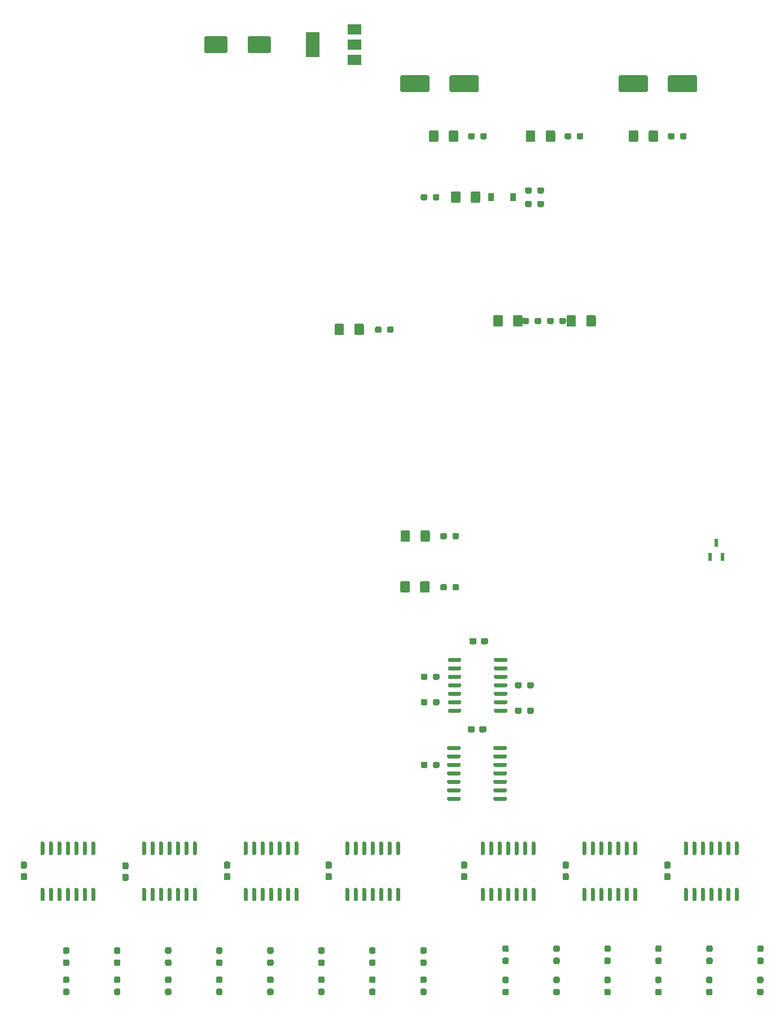
<source format=gtp>
%TF.GenerationSoftware,KiCad,Pcbnew,(5.1.9-0-10_14)*%
%TF.CreationDate,2021-08-05T14:32:20+02:00*%
%TF.ProjectId,MechanicalTheatre,4d656368-616e-4696-9361-6c5468656174,rev?*%
%TF.SameCoordinates,Original*%
%TF.FileFunction,Paste,Top*%
%TF.FilePolarity,Positive*%
%FSLAX46Y46*%
G04 Gerber Fmt 4.6, Leading zero omitted, Abs format (unit mm)*
G04 Created by KiCad (PCBNEW (5.1.9-0-10_14)) date 2021-08-05 14:32:20*
%MOMM*%
%LPD*%
G01*
G04 APERTURE LIST*
%ADD10R,2.000000X1.500000*%
%ADD11R,2.000000X3.800000*%
%ADD12R,0.900000X1.200000*%
%ADD13R,0.600000X1.300000*%
G04 APERTURE END LIST*
%TO.C,D11*%
G36*
G01*
X105677000Y-73733000D02*
X105677000Y-72483000D01*
G75*
G02*
X105927000Y-72233000I250000J0D01*
G01*
X106852000Y-72233000D01*
G75*
G02*
X107102000Y-72483000I0J-250000D01*
G01*
X107102000Y-73733000D01*
G75*
G02*
X106852000Y-73983000I-250000J0D01*
G01*
X105927000Y-73983000D01*
G75*
G02*
X105677000Y-73733000I0J250000D01*
G01*
G37*
G36*
G01*
X102702000Y-73733000D02*
X102702000Y-72483000D01*
G75*
G02*
X102952000Y-72233000I250000J0D01*
G01*
X103877000Y-72233000D01*
G75*
G02*
X104127000Y-72483000I0J-250000D01*
G01*
X104127000Y-73733000D01*
G75*
G02*
X103877000Y-73983000I-250000J0D01*
G01*
X102952000Y-73983000D01*
G75*
G02*
X102702000Y-73733000I0J250000D01*
G01*
G37*
%TD*%
%TO.C,D10*%
G36*
G01*
X98110500Y-124533000D02*
X98110500Y-123283000D01*
G75*
G02*
X98360500Y-123033000I250000J0D01*
G01*
X99285500Y-123033000D01*
G75*
G02*
X99535500Y-123283000I0J-250000D01*
G01*
X99535500Y-124533000D01*
G75*
G02*
X99285500Y-124783000I-250000J0D01*
G01*
X98360500Y-124783000D01*
G75*
G02*
X98110500Y-124533000I0J250000D01*
G01*
G37*
G36*
G01*
X95135500Y-124533000D02*
X95135500Y-123283000D01*
G75*
G02*
X95385500Y-123033000I250000J0D01*
G01*
X96310500Y-123033000D01*
G75*
G02*
X96560500Y-123283000I0J-250000D01*
G01*
X96560500Y-124533000D01*
G75*
G02*
X96310500Y-124783000I-250000J0D01*
G01*
X95385500Y-124783000D01*
G75*
G02*
X95135500Y-124533000I0J250000D01*
G01*
G37*
%TD*%
%TO.C,D8*%
G36*
G01*
X100827000Y-63339000D02*
X100827000Y-64589000D01*
G75*
G02*
X100577000Y-64839000I-250000J0D01*
G01*
X99652000Y-64839000D01*
G75*
G02*
X99402000Y-64589000I0J250000D01*
G01*
X99402000Y-63339000D01*
G75*
G02*
X99652000Y-63089000I250000J0D01*
G01*
X100577000Y-63089000D01*
G75*
G02*
X100827000Y-63339000I0J-250000D01*
G01*
G37*
G36*
G01*
X103802000Y-63339000D02*
X103802000Y-64589000D01*
G75*
G02*
X103552000Y-64839000I-250000J0D01*
G01*
X102627000Y-64839000D01*
G75*
G02*
X102377000Y-64589000I0J250000D01*
G01*
X102377000Y-63339000D01*
G75*
G02*
X102627000Y-63089000I250000J0D01*
G01*
X103552000Y-63089000D01*
G75*
G02*
X103802000Y-63339000I0J-250000D01*
G01*
G37*
%TD*%
%TO.C,D6*%
G36*
G01*
X130799000Y-63339000D02*
X130799000Y-64589000D01*
G75*
G02*
X130549000Y-64839000I-250000J0D01*
G01*
X129624000Y-64839000D01*
G75*
G02*
X129374000Y-64589000I0J250000D01*
G01*
X129374000Y-63339000D01*
G75*
G02*
X129624000Y-63089000I250000J0D01*
G01*
X130549000Y-63089000D01*
G75*
G02*
X130799000Y-63339000I0J-250000D01*
G01*
G37*
G36*
G01*
X133774000Y-63339000D02*
X133774000Y-64589000D01*
G75*
G02*
X133524000Y-64839000I-250000J0D01*
G01*
X132599000Y-64839000D01*
G75*
G02*
X132349000Y-64589000I0J250000D01*
G01*
X132349000Y-63339000D01*
G75*
G02*
X132599000Y-63089000I250000J0D01*
G01*
X133524000Y-63089000D01*
G75*
G02*
X133774000Y-63339000I0J-250000D01*
G01*
G37*
%TD*%
%TO.C,D5*%
G36*
G01*
X115357000Y-63339000D02*
X115357000Y-64589000D01*
G75*
G02*
X115107000Y-64839000I-250000J0D01*
G01*
X114182000Y-64839000D01*
G75*
G02*
X113932000Y-64589000I0J250000D01*
G01*
X113932000Y-63339000D01*
G75*
G02*
X114182000Y-63089000I250000J0D01*
G01*
X115107000Y-63089000D01*
G75*
G02*
X115357000Y-63339000I0J-250000D01*
G01*
G37*
G36*
G01*
X118332000Y-63339000D02*
X118332000Y-64589000D01*
G75*
G02*
X118082000Y-64839000I-250000J0D01*
G01*
X117157000Y-64839000D01*
G75*
G02*
X116907000Y-64589000I0J250000D01*
G01*
X116907000Y-63339000D01*
G75*
G02*
X117157000Y-63089000I250000J0D01*
G01*
X118082000Y-63089000D01*
G75*
G02*
X118332000Y-63339000I0J-250000D01*
G01*
G37*
%TD*%
%TO.C,D4*%
G36*
G01*
X110479000Y-91025000D02*
X110479000Y-92275000D01*
G75*
G02*
X110229000Y-92525000I-250000J0D01*
G01*
X109304000Y-92525000D01*
G75*
G02*
X109054000Y-92275000I0J250000D01*
G01*
X109054000Y-91025000D01*
G75*
G02*
X109304000Y-90775000I250000J0D01*
G01*
X110229000Y-90775000D01*
G75*
G02*
X110479000Y-91025000I0J-250000D01*
G01*
G37*
G36*
G01*
X113454000Y-91025000D02*
X113454000Y-92275000D01*
G75*
G02*
X113204000Y-92525000I-250000J0D01*
G01*
X112279000Y-92525000D01*
G75*
G02*
X112029000Y-92275000I0J250000D01*
G01*
X112029000Y-91025000D01*
G75*
G02*
X112279000Y-90775000I250000J0D01*
G01*
X113204000Y-90775000D01*
G75*
G02*
X113454000Y-91025000I0J-250000D01*
G01*
G37*
%TD*%
%TO.C,D3*%
G36*
G01*
X123003000Y-92275000D02*
X123003000Y-91025000D01*
G75*
G02*
X123253000Y-90775000I250000J0D01*
G01*
X124178000Y-90775000D01*
G75*
G02*
X124428000Y-91025000I0J-250000D01*
G01*
X124428000Y-92275000D01*
G75*
G02*
X124178000Y-92525000I-250000J0D01*
G01*
X123253000Y-92525000D01*
G75*
G02*
X123003000Y-92275000I0J250000D01*
G01*
G37*
G36*
G01*
X120028000Y-92275000D02*
X120028000Y-91025000D01*
G75*
G02*
X120278000Y-90775000I250000J0D01*
G01*
X121203000Y-90775000D01*
G75*
G02*
X121453000Y-91025000I0J-250000D01*
G01*
X121453000Y-92275000D01*
G75*
G02*
X121203000Y-92525000I-250000J0D01*
G01*
X120278000Y-92525000D01*
G75*
G02*
X120028000Y-92275000I0J250000D01*
G01*
G37*
%TD*%
%TO.C,D2*%
G36*
G01*
X86654500Y-92295000D02*
X86654500Y-93545000D01*
G75*
G02*
X86404500Y-93795000I-250000J0D01*
G01*
X85479500Y-93795000D01*
G75*
G02*
X85229500Y-93545000I0J250000D01*
G01*
X85229500Y-92295000D01*
G75*
G02*
X85479500Y-92045000I250000J0D01*
G01*
X86404500Y-92045000D01*
G75*
G02*
X86654500Y-92295000I0J-250000D01*
G01*
G37*
G36*
G01*
X89629500Y-92295000D02*
X89629500Y-93545000D01*
G75*
G02*
X89379500Y-93795000I-250000J0D01*
G01*
X88454500Y-93795000D01*
G75*
G02*
X88204500Y-93545000I0J250000D01*
G01*
X88204500Y-92295000D01*
G75*
G02*
X88454500Y-92045000I250000J0D01*
G01*
X89379500Y-92045000D01*
G75*
G02*
X89629500Y-92295000I0J-250000D01*
G01*
G37*
%TD*%
%TO.C,D1*%
G36*
G01*
X96535000Y-130903000D02*
X96535000Y-132153000D01*
G75*
G02*
X96285000Y-132403000I-250000J0D01*
G01*
X95360000Y-132403000D01*
G75*
G02*
X95110000Y-132153000I0J250000D01*
G01*
X95110000Y-130903000D01*
G75*
G02*
X95360000Y-130653000I250000J0D01*
G01*
X96285000Y-130653000D01*
G75*
G02*
X96535000Y-130903000I0J-250000D01*
G01*
G37*
G36*
G01*
X99510000Y-130903000D02*
X99510000Y-132153000D01*
G75*
G02*
X99260000Y-132403000I-250000J0D01*
G01*
X98335000Y-132403000D01*
G75*
G02*
X98085000Y-132153000I0J250000D01*
G01*
X98085000Y-130903000D01*
G75*
G02*
X98335000Y-130653000I250000J0D01*
G01*
X99260000Y-130653000D01*
G75*
G02*
X99510000Y-130903000I0J-250000D01*
G01*
G37*
%TD*%
%TO.C,R78*%
G36*
G01*
X99993000Y-73345500D02*
X99993000Y-72870500D01*
G75*
G02*
X100230500Y-72633000I237500J0D01*
G01*
X100730500Y-72633000D01*
G75*
G02*
X100968000Y-72870500I0J-237500D01*
G01*
X100968000Y-73345500D01*
G75*
G02*
X100730500Y-73583000I-237500J0D01*
G01*
X100230500Y-73583000D01*
G75*
G02*
X99993000Y-73345500I0J237500D01*
G01*
G37*
G36*
G01*
X98168000Y-73345500D02*
X98168000Y-72870500D01*
G75*
G02*
X98405500Y-72633000I237500J0D01*
G01*
X98905500Y-72633000D01*
G75*
G02*
X99143000Y-72870500I0J-237500D01*
G01*
X99143000Y-73345500D01*
G75*
G02*
X98905500Y-73583000I-237500J0D01*
G01*
X98405500Y-73583000D01*
G75*
G02*
X98168000Y-73345500I0J237500D01*
G01*
G37*
%TD*%
%TO.C,R77*%
G36*
G01*
X102075000Y-123670500D02*
X102075000Y-124145500D01*
G75*
G02*
X101837500Y-124383000I-237500J0D01*
G01*
X101337500Y-124383000D01*
G75*
G02*
X101100000Y-124145500I0J237500D01*
G01*
X101100000Y-123670500D01*
G75*
G02*
X101337500Y-123433000I237500J0D01*
G01*
X101837500Y-123433000D01*
G75*
G02*
X102075000Y-123670500I0J-237500D01*
G01*
G37*
G36*
G01*
X103900000Y-123670500D02*
X103900000Y-124145500D01*
G75*
G02*
X103662500Y-124383000I-237500J0D01*
G01*
X103162500Y-124383000D01*
G75*
G02*
X102925000Y-124145500I0J237500D01*
G01*
X102925000Y-123670500D01*
G75*
G02*
X103162500Y-123433000I237500J0D01*
G01*
X103662500Y-123433000D01*
G75*
G02*
X103900000Y-123670500I0J-237500D01*
G01*
G37*
%TD*%
%TO.C,C4*%
G36*
G01*
X135242000Y-57090000D02*
X135242000Y-55090000D01*
G75*
G02*
X135492000Y-54840000I250000J0D01*
G01*
X139392000Y-54840000D01*
G75*
G02*
X139642000Y-55090000I0J-250000D01*
G01*
X139642000Y-57090000D01*
G75*
G02*
X139392000Y-57340000I-250000J0D01*
G01*
X135492000Y-57340000D01*
G75*
G02*
X135242000Y-57090000I0J250000D01*
G01*
G37*
G36*
G01*
X127842000Y-57090000D02*
X127842000Y-55090000D01*
G75*
G02*
X128092000Y-54840000I250000J0D01*
G01*
X131992000Y-54840000D01*
G75*
G02*
X132242000Y-55090000I0J-250000D01*
G01*
X132242000Y-57090000D01*
G75*
G02*
X131992000Y-57340000I-250000J0D01*
G01*
X128092000Y-57340000D01*
G75*
G02*
X127842000Y-57090000I0J250000D01*
G01*
G37*
%TD*%
%TO.C,C1*%
G36*
G01*
X99476000Y-55090000D02*
X99476000Y-57090000D01*
G75*
G02*
X99226000Y-57340000I-250000J0D01*
G01*
X95326000Y-57340000D01*
G75*
G02*
X95076000Y-57090000I0J250000D01*
G01*
X95076000Y-55090000D01*
G75*
G02*
X95326000Y-54840000I250000J0D01*
G01*
X99226000Y-54840000D01*
G75*
G02*
X99476000Y-55090000I0J-250000D01*
G01*
G37*
G36*
G01*
X106876000Y-55090000D02*
X106876000Y-57090000D01*
G75*
G02*
X106626000Y-57340000I-250000J0D01*
G01*
X102726000Y-57340000D01*
G75*
G02*
X102476000Y-57090000I0J250000D01*
G01*
X102476000Y-55090000D01*
G75*
G02*
X102726000Y-54840000I250000J0D01*
G01*
X106626000Y-54840000D01*
G75*
G02*
X106876000Y-55090000I0J-250000D01*
G01*
G37*
%TD*%
D10*
%TO.C,U16*%
X88268000Y-52548000D03*
X88268000Y-47948000D03*
X88268000Y-50248000D03*
D11*
X81968000Y-50248000D03*
%TD*%
%TO.C,U3*%
G36*
G01*
X109183000Y-142600000D02*
X109183000Y-142300000D01*
G75*
G02*
X109333000Y-142150000I150000J0D01*
G01*
X111008000Y-142150000D01*
G75*
G02*
X111158000Y-142300000I0J-150000D01*
G01*
X111158000Y-142600000D01*
G75*
G02*
X111008000Y-142750000I-150000J0D01*
G01*
X109333000Y-142750000D01*
G75*
G02*
X109183000Y-142600000I0J150000D01*
G01*
G37*
G36*
G01*
X109183000Y-143870000D02*
X109183000Y-143570000D01*
G75*
G02*
X109333000Y-143420000I150000J0D01*
G01*
X111008000Y-143420000D01*
G75*
G02*
X111158000Y-143570000I0J-150000D01*
G01*
X111158000Y-143870000D01*
G75*
G02*
X111008000Y-144020000I-150000J0D01*
G01*
X109333000Y-144020000D01*
G75*
G02*
X109183000Y-143870000I0J150000D01*
G01*
G37*
G36*
G01*
X109183000Y-145140000D02*
X109183000Y-144840000D01*
G75*
G02*
X109333000Y-144690000I150000J0D01*
G01*
X111008000Y-144690000D01*
G75*
G02*
X111158000Y-144840000I0J-150000D01*
G01*
X111158000Y-145140000D01*
G75*
G02*
X111008000Y-145290000I-150000J0D01*
G01*
X109333000Y-145290000D01*
G75*
G02*
X109183000Y-145140000I0J150000D01*
G01*
G37*
G36*
G01*
X109183000Y-146410000D02*
X109183000Y-146110000D01*
G75*
G02*
X109333000Y-145960000I150000J0D01*
G01*
X111008000Y-145960000D01*
G75*
G02*
X111158000Y-146110000I0J-150000D01*
G01*
X111158000Y-146410000D01*
G75*
G02*
X111008000Y-146560000I-150000J0D01*
G01*
X109333000Y-146560000D01*
G75*
G02*
X109183000Y-146410000I0J150000D01*
G01*
G37*
G36*
G01*
X109183000Y-147680000D02*
X109183000Y-147380000D01*
G75*
G02*
X109333000Y-147230000I150000J0D01*
G01*
X111008000Y-147230000D01*
G75*
G02*
X111158000Y-147380000I0J-150000D01*
G01*
X111158000Y-147680000D01*
G75*
G02*
X111008000Y-147830000I-150000J0D01*
G01*
X109333000Y-147830000D01*
G75*
G02*
X109183000Y-147680000I0J150000D01*
G01*
G37*
G36*
G01*
X109183000Y-148950000D02*
X109183000Y-148650000D01*
G75*
G02*
X109333000Y-148500000I150000J0D01*
G01*
X111008000Y-148500000D01*
G75*
G02*
X111158000Y-148650000I0J-150000D01*
G01*
X111158000Y-148950000D01*
G75*
G02*
X111008000Y-149100000I-150000J0D01*
G01*
X109333000Y-149100000D01*
G75*
G02*
X109183000Y-148950000I0J150000D01*
G01*
G37*
G36*
G01*
X109183000Y-150220000D02*
X109183000Y-149920000D01*
G75*
G02*
X109333000Y-149770000I150000J0D01*
G01*
X111008000Y-149770000D01*
G75*
G02*
X111158000Y-149920000I0J-150000D01*
G01*
X111158000Y-150220000D01*
G75*
G02*
X111008000Y-150370000I-150000J0D01*
G01*
X109333000Y-150370000D01*
G75*
G02*
X109183000Y-150220000I0J150000D01*
G01*
G37*
G36*
G01*
X102258000Y-150220000D02*
X102258000Y-149920000D01*
G75*
G02*
X102408000Y-149770000I150000J0D01*
G01*
X104083000Y-149770000D01*
G75*
G02*
X104233000Y-149920000I0J-150000D01*
G01*
X104233000Y-150220000D01*
G75*
G02*
X104083000Y-150370000I-150000J0D01*
G01*
X102408000Y-150370000D01*
G75*
G02*
X102258000Y-150220000I0J150000D01*
G01*
G37*
G36*
G01*
X102258000Y-148950000D02*
X102258000Y-148650000D01*
G75*
G02*
X102408000Y-148500000I150000J0D01*
G01*
X104083000Y-148500000D01*
G75*
G02*
X104233000Y-148650000I0J-150000D01*
G01*
X104233000Y-148950000D01*
G75*
G02*
X104083000Y-149100000I-150000J0D01*
G01*
X102408000Y-149100000D01*
G75*
G02*
X102258000Y-148950000I0J150000D01*
G01*
G37*
G36*
G01*
X102258000Y-147680000D02*
X102258000Y-147380000D01*
G75*
G02*
X102408000Y-147230000I150000J0D01*
G01*
X104083000Y-147230000D01*
G75*
G02*
X104233000Y-147380000I0J-150000D01*
G01*
X104233000Y-147680000D01*
G75*
G02*
X104083000Y-147830000I-150000J0D01*
G01*
X102408000Y-147830000D01*
G75*
G02*
X102258000Y-147680000I0J150000D01*
G01*
G37*
G36*
G01*
X102258000Y-146410000D02*
X102258000Y-146110000D01*
G75*
G02*
X102408000Y-145960000I150000J0D01*
G01*
X104083000Y-145960000D01*
G75*
G02*
X104233000Y-146110000I0J-150000D01*
G01*
X104233000Y-146410000D01*
G75*
G02*
X104083000Y-146560000I-150000J0D01*
G01*
X102408000Y-146560000D01*
G75*
G02*
X102258000Y-146410000I0J150000D01*
G01*
G37*
G36*
G01*
X102258000Y-145140000D02*
X102258000Y-144840000D01*
G75*
G02*
X102408000Y-144690000I150000J0D01*
G01*
X104083000Y-144690000D01*
G75*
G02*
X104233000Y-144840000I0J-150000D01*
G01*
X104233000Y-145140000D01*
G75*
G02*
X104083000Y-145290000I-150000J0D01*
G01*
X102408000Y-145290000D01*
G75*
G02*
X102258000Y-145140000I0J150000D01*
G01*
G37*
G36*
G01*
X102258000Y-143870000D02*
X102258000Y-143570000D01*
G75*
G02*
X102408000Y-143420000I150000J0D01*
G01*
X104083000Y-143420000D01*
G75*
G02*
X104233000Y-143570000I0J-150000D01*
G01*
X104233000Y-143870000D01*
G75*
G02*
X104083000Y-144020000I-150000J0D01*
G01*
X102408000Y-144020000D01*
G75*
G02*
X102258000Y-143870000I0J150000D01*
G01*
G37*
G36*
G01*
X102258000Y-142600000D02*
X102258000Y-142300000D01*
G75*
G02*
X102408000Y-142150000I150000J0D01*
G01*
X104083000Y-142150000D01*
G75*
G02*
X104233000Y-142300000I0J-150000D01*
G01*
X104233000Y-142600000D01*
G75*
G02*
X104083000Y-142750000I-150000J0D01*
G01*
X102408000Y-142750000D01*
G75*
G02*
X102258000Y-142600000I0J150000D01*
G01*
G37*
%TD*%
%TO.C,R76*%
G36*
G01*
X115665000Y-74361500D02*
X115665000Y-73886500D01*
G75*
G02*
X115902500Y-73649000I237500J0D01*
G01*
X116402500Y-73649000D01*
G75*
G02*
X116640000Y-73886500I0J-237500D01*
G01*
X116640000Y-74361500D01*
G75*
G02*
X116402500Y-74599000I-237500J0D01*
G01*
X115902500Y-74599000D01*
G75*
G02*
X115665000Y-74361500I0J237500D01*
G01*
G37*
G36*
G01*
X113840000Y-74361500D02*
X113840000Y-73886500D01*
G75*
G02*
X114077500Y-73649000I237500J0D01*
G01*
X114577500Y-73649000D01*
G75*
G02*
X114815000Y-73886500I0J-237500D01*
G01*
X114815000Y-74361500D01*
G75*
G02*
X114577500Y-74599000I-237500J0D01*
G01*
X114077500Y-74599000D01*
G75*
G02*
X113840000Y-74361500I0J237500D01*
G01*
G37*
%TD*%
%TO.C,R75*%
G36*
G01*
X114815000Y-71854500D02*
X114815000Y-72329500D01*
G75*
G02*
X114577500Y-72567000I-237500J0D01*
G01*
X114077500Y-72567000D01*
G75*
G02*
X113840000Y-72329500I0J237500D01*
G01*
X113840000Y-71854500D01*
G75*
G02*
X114077500Y-71617000I237500J0D01*
G01*
X114577500Y-71617000D01*
G75*
G02*
X114815000Y-71854500I0J-237500D01*
G01*
G37*
G36*
G01*
X116640000Y-71854500D02*
X116640000Y-72329500D01*
G75*
G02*
X116402500Y-72567000I-237500J0D01*
G01*
X115902500Y-72567000D01*
G75*
G02*
X115665000Y-72329500I0J237500D01*
G01*
X115665000Y-71854500D01*
G75*
G02*
X115902500Y-71617000I237500J0D01*
G01*
X116402500Y-71617000D01*
G75*
G02*
X116640000Y-71854500I0J-237500D01*
G01*
G37*
%TD*%
%TO.C,R70*%
G36*
G01*
X107105000Y-64201500D02*
X107105000Y-63726500D01*
G75*
G02*
X107342500Y-63489000I237500J0D01*
G01*
X107842500Y-63489000D01*
G75*
G02*
X108080000Y-63726500I0J-237500D01*
G01*
X108080000Y-64201500D01*
G75*
G02*
X107842500Y-64439000I-237500J0D01*
G01*
X107342500Y-64439000D01*
G75*
G02*
X107105000Y-64201500I0J237500D01*
G01*
G37*
G36*
G01*
X105280000Y-64201500D02*
X105280000Y-63726500D01*
G75*
G02*
X105517500Y-63489000I237500J0D01*
G01*
X106017500Y-63489000D01*
G75*
G02*
X106255000Y-63726500I0J-237500D01*
G01*
X106255000Y-64201500D01*
G75*
G02*
X106017500Y-64439000I-237500J0D01*
G01*
X105517500Y-64439000D01*
G75*
G02*
X105280000Y-64201500I0J237500D01*
G01*
G37*
%TD*%
%TO.C,R69*%
G36*
G01*
X136227000Y-63726500D02*
X136227000Y-64201500D01*
G75*
G02*
X135989500Y-64439000I-237500J0D01*
G01*
X135489500Y-64439000D01*
G75*
G02*
X135252000Y-64201500I0J237500D01*
G01*
X135252000Y-63726500D01*
G75*
G02*
X135489500Y-63489000I237500J0D01*
G01*
X135989500Y-63489000D01*
G75*
G02*
X136227000Y-63726500I0J-237500D01*
G01*
G37*
G36*
G01*
X138052000Y-63726500D02*
X138052000Y-64201500D01*
G75*
G02*
X137814500Y-64439000I-237500J0D01*
G01*
X137314500Y-64439000D01*
G75*
G02*
X137077000Y-64201500I0J237500D01*
G01*
X137077000Y-63726500D01*
G75*
G02*
X137314500Y-63489000I237500J0D01*
G01*
X137814500Y-63489000D01*
G75*
G02*
X138052000Y-63726500I0J-237500D01*
G01*
G37*
%TD*%
%TO.C,R68*%
G36*
G01*
X121583000Y-64201500D02*
X121583000Y-63726500D01*
G75*
G02*
X121820500Y-63489000I237500J0D01*
G01*
X122320500Y-63489000D01*
G75*
G02*
X122558000Y-63726500I0J-237500D01*
G01*
X122558000Y-64201500D01*
G75*
G02*
X122320500Y-64439000I-237500J0D01*
G01*
X121820500Y-64439000D01*
G75*
G02*
X121583000Y-64201500I0J237500D01*
G01*
G37*
G36*
G01*
X119758000Y-64201500D02*
X119758000Y-63726500D01*
G75*
G02*
X119995500Y-63489000I237500J0D01*
G01*
X120495500Y-63489000D01*
G75*
G02*
X120733000Y-63726500I0J-237500D01*
G01*
X120733000Y-64201500D01*
G75*
G02*
X120495500Y-64439000I-237500J0D01*
G01*
X119995500Y-64439000D01*
G75*
G02*
X119758000Y-64201500I0J237500D01*
G01*
G37*
%TD*%
D12*
%TO.C,D9*%
X112042000Y-73108000D03*
X108742000Y-73108000D03*
%TD*%
D13*
%TO.C,D7*%
X141550000Y-126990000D03*
X143450000Y-126990000D03*
X142500000Y-124890000D03*
%TD*%
%TO.C,C31*%
G36*
G01*
X120153500Y-173775000D02*
X119678500Y-173775000D01*
G75*
G02*
X119441000Y-173537500I0J237500D01*
G01*
X119441000Y-172937500D01*
G75*
G02*
X119678500Y-172700000I237500J0D01*
G01*
X120153500Y-172700000D01*
G75*
G02*
X120391000Y-172937500I0J-237500D01*
G01*
X120391000Y-173537500D01*
G75*
G02*
X120153500Y-173775000I-237500J0D01*
G01*
G37*
G36*
G01*
X120153500Y-175500000D02*
X119678500Y-175500000D01*
G75*
G02*
X119441000Y-175262500I0J237500D01*
G01*
X119441000Y-174662500D01*
G75*
G02*
X119678500Y-174425000I237500J0D01*
G01*
X120153500Y-174425000D01*
G75*
G02*
X120391000Y-174662500I0J-237500D01*
G01*
X120391000Y-175262500D01*
G75*
G02*
X120153500Y-175500000I-237500J0D01*
G01*
G37*
%TD*%
%TO.C,C30*%
G36*
G01*
X135393500Y-173775000D02*
X134918500Y-173775000D01*
G75*
G02*
X134681000Y-173537500I0J237500D01*
G01*
X134681000Y-172937500D01*
G75*
G02*
X134918500Y-172700000I237500J0D01*
G01*
X135393500Y-172700000D01*
G75*
G02*
X135631000Y-172937500I0J-237500D01*
G01*
X135631000Y-173537500D01*
G75*
G02*
X135393500Y-173775000I-237500J0D01*
G01*
G37*
G36*
G01*
X135393500Y-175500000D02*
X134918500Y-175500000D01*
G75*
G02*
X134681000Y-175262500I0J237500D01*
G01*
X134681000Y-174662500D01*
G75*
G02*
X134918500Y-174425000I237500J0D01*
G01*
X135393500Y-174425000D01*
G75*
G02*
X135631000Y-174662500I0J-237500D01*
G01*
X135631000Y-175262500D01*
G75*
G02*
X135393500Y-175500000I-237500J0D01*
G01*
G37*
%TD*%
%TO.C,C29*%
G36*
G01*
X104913500Y-173775000D02*
X104438500Y-173775000D01*
G75*
G02*
X104201000Y-173537500I0J237500D01*
G01*
X104201000Y-172937500D01*
G75*
G02*
X104438500Y-172700000I237500J0D01*
G01*
X104913500Y-172700000D01*
G75*
G02*
X105151000Y-172937500I0J-237500D01*
G01*
X105151000Y-173537500D01*
G75*
G02*
X104913500Y-173775000I-237500J0D01*
G01*
G37*
G36*
G01*
X104913500Y-175500000D02*
X104438500Y-175500000D01*
G75*
G02*
X104201000Y-175262500I0J237500D01*
G01*
X104201000Y-174662500D01*
G75*
G02*
X104438500Y-174425000I237500J0D01*
G01*
X104913500Y-174425000D01*
G75*
G02*
X105151000Y-174662500I0J-237500D01*
G01*
X105151000Y-175262500D01*
G75*
G02*
X104913500Y-175500000I-237500J0D01*
G01*
G37*
%TD*%
%TO.C,C28*%
G36*
G01*
X84593500Y-173775000D02*
X84118500Y-173775000D01*
G75*
G02*
X83881000Y-173537500I0J237500D01*
G01*
X83881000Y-172937500D01*
G75*
G02*
X84118500Y-172700000I237500J0D01*
G01*
X84593500Y-172700000D01*
G75*
G02*
X84831000Y-172937500I0J-237500D01*
G01*
X84831000Y-173537500D01*
G75*
G02*
X84593500Y-173775000I-237500J0D01*
G01*
G37*
G36*
G01*
X84593500Y-175500000D02*
X84118500Y-175500000D01*
G75*
G02*
X83881000Y-175262500I0J237500D01*
G01*
X83881000Y-174662500D01*
G75*
G02*
X84118500Y-174425000I237500J0D01*
G01*
X84593500Y-174425000D01*
G75*
G02*
X84831000Y-174662500I0J-237500D01*
G01*
X84831000Y-175262500D01*
G75*
G02*
X84593500Y-175500000I-237500J0D01*
G01*
G37*
%TD*%
%TO.C,C27*%
G36*
G01*
X54113500Y-173875000D02*
X53638500Y-173875000D01*
G75*
G02*
X53401000Y-173637500I0J237500D01*
G01*
X53401000Y-173037500D01*
G75*
G02*
X53638500Y-172800000I237500J0D01*
G01*
X54113500Y-172800000D01*
G75*
G02*
X54351000Y-173037500I0J-237500D01*
G01*
X54351000Y-173637500D01*
G75*
G02*
X54113500Y-173875000I-237500J0D01*
G01*
G37*
G36*
G01*
X54113500Y-175600000D02*
X53638500Y-175600000D01*
G75*
G02*
X53401000Y-175362500I0J237500D01*
G01*
X53401000Y-174762500D01*
G75*
G02*
X53638500Y-174525000I237500J0D01*
G01*
X54113500Y-174525000D01*
G75*
G02*
X54351000Y-174762500I0J-237500D01*
G01*
X54351000Y-175362500D01*
G75*
G02*
X54113500Y-175600000I-237500J0D01*
G01*
G37*
%TD*%
%TO.C,C26*%
G36*
G01*
X69353500Y-173775000D02*
X68878500Y-173775000D01*
G75*
G02*
X68641000Y-173537500I0J237500D01*
G01*
X68641000Y-172937500D01*
G75*
G02*
X68878500Y-172700000I237500J0D01*
G01*
X69353500Y-172700000D01*
G75*
G02*
X69591000Y-172937500I0J-237500D01*
G01*
X69591000Y-173537500D01*
G75*
G02*
X69353500Y-173775000I-237500J0D01*
G01*
G37*
G36*
G01*
X69353500Y-175500000D02*
X68878500Y-175500000D01*
G75*
G02*
X68641000Y-175262500I0J237500D01*
G01*
X68641000Y-174662500D01*
G75*
G02*
X68878500Y-174425000I237500J0D01*
G01*
X69353500Y-174425000D01*
G75*
G02*
X69591000Y-174662500I0J-237500D01*
G01*
X69591000Y-175262500D01*
G75*
G02*
X69353500Y-175500000I-237500J0D01*
G01*
G37*
%TD*%
%TO.C,C25*%
G36*
G01*
X38873500Y-173775000D02*
X38398500Y-173775000D01*
G75*
G02*
X38161000Y-173537500I0J237500D01*
G01*
X38161000Y-172937500D01*
G75*
G02*
X38398500Y-172700000I237500J0D01*
G01*
X38873500Y-172700000D01*
G75*
G02*
X39111000Y-172937500I0J-237500D01*
G01*
X39111000Y-173537500D01*
G75*
G02*
X38873500Y-173775000I-237500J0D01*
G01*
G37*
G36*
G01*
X38873500Y-175500000D02*
X38398500Y-175500000D01*
G75*
G02*
X38161000Y-175262500I0J237500D01*
G01*
X38161000Y-174662500D01*
G75*
G02*
X38398500Y-174425000I237500J0D01*
G01*
X38873500Y-174425000D01*
G75*
G02*
X39111000Y-174662500I0J-237500D01*
G01*
X39111000Y-175262500D01*
G75*
G02*
X38873500Y-175500000I-237500J0D01*
G01*
G37*
%TD*%
%TO.C,C24*%
G36*
G01*
X106933000Y-153101500D02*
X106933000Y-152626500D01*
G75*
G02*
X107170500Y-152389000I237500J0D01*
G01*
X107770500Y-152389000D01*
G75*
G02*
X108008000Y-152626500I0J-237500D01*
G01*
X108008000Y-153101500D01*
G75*
G02*
X107770500Y-153339000I-237500J0D01*
G01*
X107170500Y-153339000D01*
G75*
G02*
X106933000Y-153101500I0J237500D01*
G01*
G37*
G36*
G01*
X105208000Y-153101500D02*
X105208000Y-152626500D01*
G75*
G02*
X105445500Y-152389000I237500J0D01*
G01*
X106045500Y-152389000D01*
G75*
G02*
X106283000Y-152626500I0J-237500D01*
G01*
X106283000Y-153101500D01*
G75*
G02*
X106045500Y-153339000I-237500J0D01*
G01*
X105445500Y-153339000D01*
G75*
G02*
X105208000Y-153101500I0J237500D01*
G01*
G37*
%TD*%
%TO.C,C23*%
G36*
G01*
X107187000Y-139893500D02*
X107187000Y-139418500D01*
G75*
G02*
X107424500Y-139181000I237500J0D01*
G01*
X108024500Y-139181000D01*
G75*
G02*
X108262000Y-139418500I0J-237500D01*
G01*
X108262000Y-139893500D01*
G75*
G02*
X108024500Y-140131000I-237500J0D01*
G01*
X107424500Y-140131000D01*
G75*
G02*
X107187000Y-139893500I0J237500D01*
G01*
G37*
G36*
G01*
X105462000Y-139893500D02*
X105462000Y-139418500D01*
G75*
G02*
X105699500Y-139181000I237500J0D01*
G01*
X106299500Y-139181000D01*
G75*
G02*
X106537000Y-139418500I0J-237500D01*
G01*
X106537000Y-139893500D01*
G75*
G02*
X106299500Y-140131000I-237500J0D01*
G01*
X105699500Y-140131000D01*
G75*
G02*
X105462000Y-139893500I0J237500D01*
G01*
G37*
%TD*%
%TO.C,C19*%
G36*
G01*
X69192000Y-49248000D02*
X69192000Y-51248000D01*
G75*
G02*
X68942000Y-51498000I-250000J0D01*
G01*
X65942000Y-51498000D01*
G75*
G02*
X65692000Y-51248000I0J250000D01*
G01*
X65692000Y-49248000D01*
G75*
G02*
X65942000Y-48998000I250000J0D01*
G01*
X68942000Y-48998000D01*
G75*
G02*
X69192000Y-49248000I0J-250000D01*
G01*
G37*
G36*
G01*
X75692000Y-49248000D02*
X75692000Y-51248000D01*
G75*
G02*
X75442000Y-51498000I-250000J0D01*
G01*
X72442000Y-51498000D01*
G75*
G02*
X72192000Y-51248000I0J250000D01*
G01*
X72192000Y-49248000D01*
G75*
G02*
X72442000Y-48998000I250000J0D01*
G01*
X75442000Y-48998000D01*
G75*
G02*
X75692000Y-49248000I0J-250000D01*
G01*
G37*
%TD*%
%TO.C,U13*%
G36*
G01*
X122860000Y-171705000D02*
X122560000Y-171705000D01*
G75*
G02*
X122410000Y-171555000I0J150000D01*
G01*
X122410000Y-169880000D01*
G75*
G02*
X122560000Y-169730000I150000J0D01*
G01*
X122860000Y-169730000D01*
G75*
G02*
X123010000Y-169880000I0J-150000D01*
G01*
X123010000Y-171555000D01*
G75*
G02*
X122860000Y-171705000I-150000J0D01*
G01*
G37*
G36*
G01*
X124130000Y-171705000D02*
X123830000Y-171705000D01*
G75*
G02*
X123680000Y-171555000I0J150000D01*
G01*
X123680000Y-169880000D01*
G75*
G02*
X123830000Y-169730000I150000J0D01*
G01*
X124130000Y-169730000D01*
G75*
G02*
X124280000Y-169880000I0J-150000D01*
G01*
X124280000Y-171555000D01*
G75*
G02*
X124130000Y-171705000I-150000J0D01*
G01*
G37*
G36*
G01*
X125400000Y-171705000D02*
X125100000Y-171705000D01*
G75*
G02*
X124950000Y-171555000I0J150000D01*
G01*
X124950000Y-169880000D01*
G75*
G02*
X125100000Y-169730000I150000J0D01*
G01*
X125400000Y-169730000D01*
G75*
G02*
X125550000Y-169880000I0J-150000D01*
G01*
X125550000Y-171555000D01*
G75*
G02*
X125400000Y-171705000I-150000J0D01*
G01*
G37*
G36*
G01*
X126670000Y-171705000D02*
X126370000Y-171705000D01*
G75*
G02*
X126220000Y-171555000I0J150000D01*
G01*
X126220000Y-169880000D01*
G75*
G02*
X126370000Y-169730000I150000J0D01*
G01*
X126670000Y-169730000D01*
G75*
G02*
X126820000Y-169880000I0J-150000D01*
G01*
X126820000Y-171555000D01*
G75*
G02*
X126670000Y-171705000I-150000J0D01*
G01*
G37*
G36*
G01*
X127940000Y-171705000D02*
X127640000Y-171705000D01*
G75*
G02*
X127490000Y-171555000I0J150000D01*
G01*
X127490000Y-169880000D01*
G75*
G02*
X127640000Y-169730000I150000J0D01*
G01*
X127940000Y-169730000D01*
G75*
G02*
X128090000Y-169880000I0J-150000D01*
G01*
X128090000Y-171555000D01*
G75*
G02*
X127940000Y-171705000I-150000J0D01*
G01*
G37*
G36*
G01*
X129210000Y-171705000D02*
X128910000Y-171705000D01*
G75*
G02*
X128760000Y-171555000I0J150000D01*
G01*
X128760000Y-169880000D01*
G75*
G02*
X128910000Y-169730000I150000J0D01*
G01*
X129210000Y-169730000D01*
G75*
G02*
X129360000Y-169880000I0J-150000D01*
G01*
X129360000Y-171555000D01*
G75*
G02*
X129210000Y-171705000I-150000J0D01*
G01*
G37*
G36*
G01*
X130480000Y-171705000D02*
X130180000Y-171705000D01*
G75*
G02*
X130030000Y-171555000I0J150000D01*
G01*
X130030000Y-169880000D01*
G75*
G02*
X130180000Y-169730000I150000J0D01*
G01*
X130480000Y-169730000D01*
G75*
G02*
X130630000Y-169880000I0J-150000D01*
G01*
X130630000Y-171555000D01*
G75*
G02*
X130480000Y-171705000I-150000J0D01*
G01*
G37*
G36*
G01*
X130480000Y-178630000D02*
X130180000Y-178630000D01*
G75*
G02*
X130030000Y-178480000I0J150000D01*
G01*
X130030000Y-176805000D01*
G75*
G02*
X130180000Y-176655000I150000J0D01*
G01*
X130480000Y-176655000D01*
G75*
G02*
X130630000Y-176805000I0J-150000D01*
G01*
X130630000Y-178480000D01*
G75*
G02*
X130480000Y-178630000I-150000J0D01*
G01*
G37*
G36*
G01*
X129210000Y-178630000D02*
X128910000Y-178630000D01*
G75*
G02*
X128760000Y-178480000I0J150000D01*
G01*
X128760000Y-176805000D01*
G75*
G02*
X128910000Y-176655000I150000J0D01*
G01*
X129210000Y-176655000D01*
G75*
G02*
X129360000Y-176805000I0J-150000D01*
G01*
X129360000Y-178480000D01*
G75*
G02*
X129210000Y-178630000I-150000J0D01*
G01*
G37*
G36*
G01*
X127940000Y-178630000D02*
X127640000Y-178630000D01*
G75*
G02*
X127490000Y-178480000I0J150000D01*
G01*
X127490000Y-176805000D01*
G75*
G02*
X127640000Y-176655000I150000J0D01*
G01*
X127940000Y-176655000D01*
G75*
G02*
X128090000Y-176805000I0J-150000D01*
G01*
X128090000Y-178480000D01*
G75*
G02*
X127940000Y-178630000I-150000J0D01*
G01*
G37*
G36*
G01*
X126670000Y-178630000D02*
X126370000Y-178630000D01*
G75*
G02*
X126220000Y-178480000I0J150000D01*
G01*
X126220000Y-176805000D01*
G75*
G02*
X126370000Y-176655000I150000J0D01*
G01*
X126670000Y-176655000D01*
G75*
G02*
X126820000Y-176805000I0J-150000D01*
G01*
X126820000Y-178480000D01*
G75*
G02*
X126670000Y-178630000I-150000J0D01*
G01*
G37*
G36*
G01*
X125400000Y-178630000D02*
X125100000Y-178630000D01*
G75*
G02*
X124950000Y-178480000I0J150000D01*
G01*
X124950000Y-176805000D01*
G75*
G02*
X125100000Y-176655000I150000J0D01*
G01*
X125400000Y-176655000D01*
G75*
G02*
X125550000Y-176805000I0J-150000D01*
G01*
X125550000Y-178480000D01*
G75*
G02*
X125400000Y-178630000I-150000J0D01*
G01*
G37*
G36*
G01*
X124130000Y-178630000D02*
X123830000Y-178630000D01*
G75*
G02*
X123680000Y-178480000I0J150000D01*
G01*
X123680000Y-176805000D01*
G75*
G02*
X123830000Y-176655000I150000J0D01*
G01*
X124130000Y-176655000D01*
G75*
G02*
X124280000Y-176805000I0J-150000D01*
G01*
X124280000Y-178480000D01*
G75*
G02*
X124130000Y-178630000I-150000J0D01*
G01*
G37*
G36*
G01*
X122860000Y-178630000D02*
X122560000Y-178630000D01*
G75*
G02*
X122410000Y-178480000I0J150000D01*
G01*
X122410000Y-176805000D01*
G75*
G02*
X122560000Y-176655000I150000J0D01*
G01*
X122860000Y-176655000D01*
G75*
G02*
X123010000Y-176805000I0J-150000D01*
G01*
X123010000Y-178480000D01*
G75*
G02*
X122860000Y-178630000I-150000J0D01*
G01*
G37*
%TD*%
%TO.C,U12*%
G36*
G01*
X138100000Y-171705000D02*
X137800000Y-171705000D01*
G75*
G02*
X137650000Y-171555000I0J150000D01*
G01*
X137650000Y-169880000D01*
G75*
G02*
X137800000Y-169730000I150000J0D01*
G01*
X138100000Y-169730000D01*
G75*
G02*
X138250000Y-169880000I0J-150000D01*
G01*
X138250000Y-171555000D01*
G75*
G02*
X138100000Y-171705000I-150000J0D01*
G01*
G37*
G36*
G01*
X139370000Y-171705000D02*
X139070000Y-171705000D01*
G75*
G02*
X138920000Y-171555000I0J150000D01*
G01*
X138920000Y-169880000D01*
G75*
G02*
X139070000Y-169730000I150000J0D01*
G01*
X139370000Y-169730000D01*
G75*
G02*
X139520000Y-169880000I0J-150000D01*
G01*
X139520000Y-171555000D01*
G75*
G02*
X139370000Y-171705000I-150000J0D01*
G01*
G37*
G36*
G01*
X140640000Y-171705000D02*
X140340000Y-171705000D01*
G75*
G02*
X140190000Y-171555000I0J150000D01*
G01*
X140190000Y-169880000D01*
G75*
G02*
X140340000Y-169730000I150000J0D01*
G01*
X140640000Y-169730000D01*
G75*
G02*
X140790000Y-169880000I0J-150000D01*
G01*
X140790000Y-171555000D01*
G75*
G02*
X140640000Y-171705000I-150000J0D01*
G01*
G37*
G36*
G01*
X141910000Y-171705000D02*
X141610000Y-171705000D01*
G75*
G02*
X141460000Y-171555000I0J150000D01*
G01*
X141460000Y-169880000D01*
G75*
G02*
X141610000Y-169730000I150000J0D01*
G01*
X141910000Y-169730000D01*
G75*
G02*
X142060000Y-169880000I0J-150000D01*
G01*
X142060000Y-171555000D01*
G75*
G02*
X141910000Y-171705000I-150000J0D01*
G01*
G37*
G36*
G01*
X143180000Y-171705000D02*
X142880000Y-171705000D01*
G75*
G02*
X142730000Y-171555000I0J150000D01*
G01*
X142730000Y-169880000D01*
G75*
G02*
X142880000Y-169730000I150000J0D01*
G01*
X143180000Y-169730000D01*
G75*
G02*
X143330000Y-169880000I0J-150000D01*
G01*
X143330000Y-171555000D01*
G75*
G02*
X143180000Y-171705000I-150000J0D01*
G01*
G37*
G36*
G01*
X144450000Y-171705000D02*
X144150000Y-171705000D01*
G75*
G02*
X144000000Y-171555000I0J150000D01*
G01*
X144000000Y-169880000D01*
G75*
G02*
X144150000Y-169730000I150000J0D01*
G01*
X144450000Y-169730000D01*
G75*
G02*
X144600000Y-169880000I0J-150000D01*
G01*
X144600000Y-171555000D01*
G75*
G02*
X144450000Y-171705000I-150000J0D01*
G01*
G37*
G36*
G01*
X145720000Y-171705000D02*
X145420000Y-171705000D01*
G75*
G02*
X145270000Y-171555000I0J150000D01*
G01*
X145270000Y-169880000D01*
G75*
G02*
X145420000Y-169730000I150000J0D01*
G01*
X145720000Y-169730000D01*
G75*
G02*
X145870000Y-169880000I0J-150000D01*
G01*
X145870000Y-171555000D01*
G75*
G02*
X145720000Y-171705000I-150000J0D01*
G01*
G37*
G36*
G01*
X145720000Y-178630000D02*
X145420000Y-178630000D01*
G75*
G02*
X145270000Y-178480000I0J150000D01*
G01*
X145270000Y-176805000D01*
G75*
G02*
X145420000Y-176655000I150000J0D01*
G01*
X145720000Y-176655000D01*
G75*
G02*
X145870000Y-176805000I0J-150000D01*
G01*
X145870000Y-178480000D01*
G75*
G02*
X145720000Y-178630000I-150000J0D01*
G01*
G37*
G36*
G01*
X144450000Y-178630000D02*
X144150000Y-178630000D01*
G75*
G02*
X144000000Y-178480000I0J150000D01*
G01*
X144000000Y-176805000D01*
G75*
G02*
X144150000Y-176655000I150000J0D01*
G01*
X144450000Y-176655000D01*
G75*
G02*
X144600000Y-176805000I0J-150000D01*
G01*
X144600000Y-178480000D01*
G75*
G02*
X144450000Y-178630000I-150000J0D01*
G01*
G37*
G36*
G01*
X143180000Y-178630000D02*
X142880000Y-178630000D01*
G75*
G02*
X142730000Y-178480000I0J150000D01*
G01*
X142730000Y-176805000D01*
G75*
G02*
X142880000Y-176655000I150000J0D01*
G01*
X143180000Y-176655000D01*
G75*
G02*
X143330000Y-176805000I0J-150000D01*
G01*
X143330000Y-178480000D01*
G75*
G02*
X143180000Y-178630000I-150000J0D01*
G01*
G37*
G36*
G01*
X141910000Y-178630000D02*
X141610000Y-178630000D01*
G75*
G02*
X141460000Y-178480000I0J150000D01*
G01*
X141460000Y-176805000D01*
G75*
G02*
X141610000Y-176655000I150000J0D01*
G01*
X141910000Y-176655000D01*
G75*
G02*
X142060000Y-176805000I0J-150000D01*
G01*
X142060000Y-178480000D01*
G75*
G02*
X141910000Y-178630000I-150000J0D01*
G01*
G37*
G36*
G01*
X140640000Y-178630000D02*
X140340000Y-178630000D01*
G75*
G02*
X140190000Y-178480000I0J150000D01*
G01*
X140190000Y-176805000D01*
G75*
G02*
X140340000Y-176655000I150000J0D01*
G01*
X140640000Y-176655000D01*
G75*
G02*
X140790000Y-176805000I0J-150000D01*
G01*
X140790000Y-178480000D01*
G75*
G02*
X140640000Y-178630000I-150000J0D01*
G01*
G37*
G36*
G01*
X139370000Y-178630000D02*
X139070000Y-178630000D01*
G75*
G02*
X138920000Y-178480000I0J150000D01*
G01*
X138920000Y-176805000D01*
G75*
G02*
X139070000Y-176655000I150000J0D01*
G01*
X139370000Y-176655000D01*
G75*
G02*
X139520000Y-176805000I0J-150000D01*
G01*
X139520000Y-178480000D01*
G75*
G02*
X139370000Y-178630000I-150000J0D01*
G01*
G37*
G36*
G01*
X138100000Y-178630000D02*
X137800000Y-178630000D01*
G75*
G02*
X137650000Y-178480000I0J150000D01*
G01*
X137650000Y-176805000D01*
G75*
G02*
X137800000Y-176655000I150000J0D01*
G01*
X138100000Y-176655000D01*
G75*
G02*
X138250000Y-176805000I0J-150000D01*
G01*
X138250000Y-178480000D01*
G75*
G02*
X138100000Y-178630000I-150000J0D01*
G01*
G37*
%TD*%
%TO.C,U11*%
G36*
G01*
X107620000Y-171705000D02*
X107320000Y-171705000D01*
G75*
G02*
X107170000Y-171555000I0J150000D01*
G01*
X107170000Y-169880000D01*
G75*
G02*
X107320000Y-169730000I150000J0D01*
G01*
X107620000Y-169730000D01*
G75*
G02*
X107770000Y-169880000I0J-150000D01*
G01*
X107770000Y-171555000D01*
G75*
G02*
X107620000Y-171705000I-150000J0D01*
G01*
G37*
G36*
G01*
X108890000Y-171705000D02*
X108590000Y-171705000D01*
G75*
G02*
X108440000Y-171555000I0J150000D01*
G01*
X108440000Y-169880000D01*
G75*
G02*
X108590000Y-169730000I150000J0D01*
G01*
X108890000Y-169730000D01*
G75*
G02*
X109040000Y-169880000I0J-150000D01*
G01*
X109040000Y-171555000D01*
G75*
G02*
X108890000Y-171705000I-150000J0D01*
G01*
G37*
G36*
G01*
X110160000Y-171705000D02*
X109860000Y-171705000D01*
G75*
G02*
X109710000Y-171555000I0J150000D01*
G01*
X109710000Y-169880000D01*
G75*
G02*
X109860000Y-169730000I150000J0D01*
G01*
X110160000Y-169730000D01*
G75*
G02*
X110310000Y-169880000I0J-150000D01*
G01*
X110310000Y-171555000D01*
G75*
G02*
X110160000Y-171705000I-150000J0D01*
G01*
G37*
G36*
G01*
X111430000Y-171705000D02*
X111130000Y-171705000D01*
G75*
G02*
X110980000Y-171555000I0J150000D01*
G01*
X110980000Y-169880000D01*
G75*
G02*
X111130000Y-169730000I150000J0D01*
G01*
X111430000Y-169730000D01*
G75*
G02*
X111580000Y-169880000I0J-150000D01*
G01*
X111580000Y-171555000D01*
G75*
G02*
X111430000Y-171705000I-150000J0D01*
G01*
G37*
G36*
G01*
X112700000Y-171705000D02*
X112400000Y-171705000D01*
G75*
G02*
X112250000Y-171555000I0J150000D01*
G01*
X112250000Y-169880000D01*
G75*
G02*
X112400000Y-169730000I150000J0D01*
G01*
X112700000Y-169730000D01*
G75*
G02*
X112850000Y-169880000I0J-150000D01*
G01*
X112850000Y-171555000D01*
G75*
G02*
X112700000Y-171705000I-150000J0D01*
G01*
G37*
G36*
G01*
X113970000Y-171705000D02*
X113670000Y-171705000D01*
G75*
G02*
X113520000Y-171555000I0J150000D01*
G01*
X113520000Y-169880000D01*
G75*
G02*
X113670000Y-169730000I150000J0D01*
G01*
X113970000Y-169730000D01*
G75*
G02*
X114120000Y-169880000I0J-150000D01*
G01*
X114120000Y-171555000D01*
G75*
G02*
X113970000Y-171705000I-150000J0D01*
G01*
G37*
G36*
G01*
X115240000Y-171705000D02*
X114940000Y-171705000D01*
G75*
G02*
X114790000Y-171555000I0J150000D01*
G01*
X114790000Y-169880000D01*
G75*
G02*
X114940000Y-169730000I150000J0D01*
G01*
X115240000Y-169730000D01*
G75*
G02*
X115390000Y-169880000I0J-150000D01*
G01*
X115390000Y-171555000D01*
G75*
G02*
X115240000Y-171705000I-150000J0D01*
G01*
G37*
G36*
G01*
X115240000Y-178630000D02*
X114940000Y-178630000D01*
G75*
G02*
X114790000Y-178480000I0J150000D01*
G01*
X114790000Y-176805000D01*
G75*
G02*
X114940000Y-176655000I150000J0D01*
G01*
X115240000Y-176655000D01*
G75*
G02*
X115390000Y-176805000I0J-150000D01*
G01*
X115390000Y-178480000D01*
G75*
G02*
X115240000Y-178630000I-150000J0D01*
G01*
G37*
G36*
G01*
X113970000Y-178630000D02*
X113670000Y-178630000D01*
G75*
G02*
X113520000Y-178480000I0J150000D01*
G01*
X113520000Y-176805000D01*
G75*
G02*
X113670000Y-176655000I150000J0D01*
G01*
X113970000Y-176655000D01*
G75*
G02*
X114120000Y-176805000I0J-150000D01*
G01*
X114120000Y-178480000D01*
G75*
G02*
X113970000Y-178630000I-150000J0D01*
G01*
G37*
G36*
G01*
X112700000Y-178630000D02*
X112400000Y-178630000D01*
G75*
G02*
X112250000Y-178480000I0J150000D01*
G01*
X112250000Y-176805000D01*
G75*
G02*
X112400000Y-176655000I150000J0D01*
G01*
X112700000Y-176655000D01*
G75*
G02*
X112850000Y-176805000I0J-150000D01*
G01*
X112850000Y-178480000D01*
G75*
G02*
X112700000Y-178630000I-150000J0D01*
G01*
G37*
G36*
G01*
X111430000Y-178630000D02*
X111130000Y-178630000D01*
G75*
G02*
X110980000Y-178480000I0J150000D01*
G01*
X110980000Y-176805000D01*
G75*
G02*
X111130000Y-176655000I150000J0D01*
G01*
X111430000Y-176655000D01*
G75*
G02*
X111580000Y-176805000I0J-150000D01*
G01*
X111580000Y-178480000D01*
G75*
G02*
X111430000Y-178630000I-150000J0D01*
G01*
G37*
G36*
G01*
X110160000Y-178630000D02*
X109860000Y-178630000D01*
G75*
G02*
X109710000Y-178480000I0J150000D01*
G01*
X109710000Y-176805000D01*
G75*
G02*
X109860000Y-176655000I150000J0D01*
G01*
X110160000Y-176655000D01*
G75*
G02*
X110310000Y-176805000I0J-150000D01*
G01*
X110310000Y-178480000D01*
G75*
G02*
X110160000Y-178630000I-150000J0D01*
G01*
G37*
G36*
G01*
X108890000Y-178630000D02*
X108590000Y-178630000D01*
G75*
G02*
X108440000Y-178480000I0J150000D01*
G01*
X108440000Y-176805000D01*
G75*
G02*
X108590000Y-176655000I150000J0D01*
G01*
X108890000Y-176655000D01*
G75*
G02*
X109040000Y-176805000I0J-150000D01*
G01*
X109040000Y-178480000D01*
G75*
G02*
X108890000Y-178630000I-150000J0D01*
G01*
G37*
G36*
G01*
X107620000Y-178630000D02*
X107320000Y-178630000D01*
G75*
G02*
X107170000Y-178480000I0J150000D01*
G01*
X107170000Y-176805000D01*
G75*
G02*
X107320000Y-176655000I150000J0D01*
G01*
X107620000Y-176655000D01*
G75*
G02*
X107770000Y-176805000I0J-150000D01*
G01*
X107770000Y-178480000D01*
G75*
G02*
X107620000Y-178630000I-150000J0D01*
G01*
G37*
%TD*%
%TO.C,U9*%
G36*
G01*
X87300000Y-171705000D02*
X87000000Y-171705000D01*
G75*
G02*
X86850000Y-171555000I0J150000D01*
G01*
X86850000Y-169880000D01*
G75*
G02*
X87000000Y-169730000I150000J0D01*
G01*
X87300000Y-169730000D01*
G75*
G02*
X87450000Y-169880000I0J-150000D01*
G01*
X87450000Y-171555000D01*
G75*
G02*
X87300000Y-171705000I-150000J0D01*
G01*
G37*
G36*
G01*
X88570000Y-171705000D02*
X88270000Y-171705000D01*
G75*
G02*
X88120000Y-171555000I0J150000D01*
G01*
X88120000Y-169880000D01*
G75*
G02*
X88270000Y-169730000I150000J0D01*
G01*
X88570000Y-169730000D01*
G75*
G02*
X88720000Y-169880000I0J-150000D01*
G01*
X88720000Y-171555000D01*
G75*
G02*
X88570000Y-171705000I-150000J0D01*
G01*
G37*
G36*
G01*
X89840000Y-171705000D02*
X89540000Y-171705000D01*
G75*
G02*
X89390000Y-171555000I0J150000D01*
G01*
X89390000Y-169880000D01*
G75*
G02*
X89540000Y-169730000I150000J0D01*
G01*
X89840000Y-169730000D01*
G75*
G02*
X89990000Y-169880000I0J-150000D01*
G01*
X89990000Y-171555000D01*
G75*
G02*
X89840000Y-171705000I-150000J0D01*
G01*
G37*
G36*
G01*
X91110000Y-171705000D02*
X90810000Y-171705000D01*
G75*
G02*
X90660000Y-171555000I0J150000D01*
G01*
X90660000Y-169880000D01*
G75*
G02*
X90810000Y-169730000I150000J0D01*
G01*
X91110000Y-169730000D01*
G75*
G02*
X91260000Y-169880000I0J-150000D01*
G01*
X91260000Y-171555000D01*
G75*
G02*
X91110000Y-171705000I-150000J0D01*
G01*
G37*
G36*
G01*
X92380000Y-171705000D02*
X92080000Y-171705000D01*
G75*
G02*
X91930000Y-171555000I0J150000D01*
G01*
X91930000Y-169880000D01*
G75*
G02*
X92080000Y-169730000I150000J0D01*
G01*
X92380000Y-169730000D01*
G75*
G02*
X92530000Y-169880000I0J-150000D01*
G01*
X92530000Y-171555000D01*
G75*
G02*
X92380000Y-171705000I-150000J0D01*
G01*
G37*
G36*
G01*
X93650000Y-171705000D02*
X93350000Y-171705000D01*
G75*
G02*
X93200000Y-171555000I0J150000D01*
G01*
X93200000Y-169880000D01*
G75*
G02*
X93350000Y-169730000I150000J0D01*
G01*
X93650000Y-169730000D01*
G75*
G02*
X93800000Y-169880000I0J-150000D01*
G01*
X93800000Y-171555000D01*
G75*
G02*
X93650000Y-171705000I-150000J0D01*
G01*
G37*
G36*
G01*
X94920000Y-171705000D02*
X94620000Y-171705000D01*
G75*
G02*
X94470000Y-171555000I0J150000D01*
G01*
X94470000Y-169880000D01*
G75*
G02*
X94620000Y-169730000I150000J0D01*
G01*
X94920000Y-169730000D01*
G75*
G02*
X95070000Y-169880000I0J-150000D01*
G01*
X95070000Y-171555000D01*
G75*
G02*
X94920000Y-171705000I-150000J0D01*
G01*
G37*
G36*
G01*
X94920000Y-178630000D02*
X94620000Y-178630000D01*
G75*
G02*
X94470000Y-178480000I0J150000D01*
G01*
X94470000Y-176805000D01*
G75*
G02*
X94620000Y-176655000I150000J0D01*
G01*
X94920000Y-176655000D01*
G75*
G02*
X95070000Y-176805000I0J-150000D01*
G01*
X95070000Y-178480000D01*
G75*
G02*
X94920000Y-178630000I-150000J0D01*
G01*
G37*
G36*
G01*
X93650000Y-178630000D02*
X93350000Y-178630000D01*
G75*
G02*
X93200000Y-178480000I0J150000D01*
G01*
X93200000Y-176805000D01*
G75*
G02*
X93350000Y-176655000I150000J0D01*
G01*
X93650000Y-176655000D01*
G75*
G02*
X93800000Y-176805000I0J-150000D01*
G01*
X93800000Y-178480000D01*
G75*
G02*
X93650000Y-178630000I-150000J0D01*
G01*
G37*
G36*
G01*
X92380000Y-178630000D02*
X92080000Y-178630000D01*
G75*
G02*
X91930000Y-178480000I0J150000D01*
G01*
X91930000Y-176805000D01*
G75*
G02*
X92080000Y-176655000I150000J0D01*
G01*
X92380000Y-176655000D01*
G75*
G02*
X92530000Y-176805000I0J-150000D01*
G01*
X92530000Y-178480000D01*
G75*
G02*
X92380000Y-178630000I-150000J0D01*
G01*
G37*
G36*
G01*
X91110000Y-178630000D02*
X90810000Y-178630000D01*
G75*
G02*
X90660000Y-178480000I0J150000D01*
G01*
X90660000Y-176805000D01*
G75*
G02*
X90810000Y-176655000I150000J0D01*
G01*
X91110000Y-176655000D01*
G75*
G02*
X91260000Y-176805000I0J-150000D01*
G01*
X91260000Y-178480000D01*
G75*
G02*
X91110000Y-178630000I-150000J0D01*
G01*
G37*
G36*
G01*
X89840000Y-178630000D02*
X89540000Y-178630000D01*
G75*
G02*
X89390000Y-178480000I0J150000D01*
G01*
X89390000Y-176805000D01*
G75*
G02*
X89540000Y-176655000I150000J0D01*
G01*
X89840000Y-176655000D01*
G75*
G02*
X89990000Y-176805000I0J-150000D01*
G01*
X89990000Y-178480000D01*
G75*
G02*
X89840000Y-178630000I-150000J0D01*
G01*
G37*
G36*
G01*
X88570000Y-178630000D02*
X88270000Y-178630000D01*
G75*
G02*
X88120000Y-178480000I0J150000D01*
G01*
X88120000Y-176805000D01*
G75*
G02*
X88270000Y-176655000I150000J0D01*
G01*
X88570000Y-176655000D01*
G75*
G02*
X88720000Y-176805000I0J-150000D01*
G01*
X88720000Y-178480000D01*
G75*
G02*
X88570000Y-178630000I-150000J0D01*
G01*
G37*
G36*
G01*
X87300000Y-178630000D02*
X87000000Y-178630000D01*
G75*
G02*
X86850000Y-178480000I0J150000D01*
G01*
X86850000Y-176805000D01*
G75*
G02*
X87000000Y-176655000I150000J0D01*
G01*
X87300000Y-176655000D01*
G75*
G02*
X87450000Y-176805000I0J-150000D01*
G01*
X87450000Y-178480000D01*
G75*
G02*
X87300000Y-178630000I-150000J0D01*
G01*
G37*
%TD*%
%TO.C,U8*%
G36*
G01*
X56820000Y-171705000D02*
X56520000Y-171705000D01*
G75*
G02*
X56370000Y-171555000I0J150000D01*
G01*
X56370000Y-169880000D01*
G75*
G02*
X56520000Y-169730000I150000J0D01*
G01*
X56820000Y-169730000D01*
G75*
G02*
X56970000Y-169880000I0J-150000D01*
G01*
X56970000Y-171555000D01*
G75*
G02*
X56820000Y-171705000I-150000J0D01*
G01*
G37*
G36*
G01*
X58090000Y-171705000D02*
X57790000Y-171705000D01*
G75*
G02*
X57640000Y-171555000I0J150000D01*
G01*
X57640000Y-169880000D01*
G75*
G02*
X57790000Y-169730000I150000J0D01*
G01*
X58090000Y-169730000D01*
G75*
G02*
X58240000Y-169880000I0J-150000D01*
G01*
X58240000Y-171555000D01*
G75*
G02*
X58090000Y-171705000I-150000J0D01*
G01*
G37*
G36*
G01*
X59360000Y-171705000D02*
X59060000Y-171705000D01*
G75*
G02*
X58910000Y-171555000I0J150000D01*
G01*
X58910000Y-169880000D01*
G75*
G02*
X59060000Y-169730000I150000J0D01*
G01*
X59360000Y-169730000D01*
G75*
G02*
X59510000Y-169880000I0J-150000D01*
G01*
X59510000Y-171555000D01*
G75*
G02*
X59360000Y-171705000I-150000J0D01*
G01*
G37*
G36*
G01*
X60630000Y-171705000D02*
X60330000Y-171705000D01*
G75*
G02*
X60180000Y-171555000I0J150000D01*
G01*
X60180000Y-169880000D01*
G75*
G02*
X60330000Y-169730000I150000J0D01*
G01*
X60630000Y-169730000D01*
G75*
G02*
X60780000Y-169880000I0J-150000D01*
G01*
X60780000Y-171555000D01*
G75*
G02*
X60630000Y-171705000I-150000J0D01*
G01*
G37*
G36*
G01*
X61900000Y-171705000D02*
X61600000Y-171705000D01*
G75*
G02*
X61450000Y-171555000I0J150000D01*
G01*
X61450000Y-169880000D01*
G75*
G02*
X61600000Y-169730000I150000J0D01*
G01*
X61900000Y-169730000D01*
G75*
G02*
X62050000Y-169880000I0J-150000D01*
G01*
X62050000Y-171555000D01*
G75*
G02*
X61900000Y-171705000I-150000J0D01*
G01*
G37*
G36*
G01*
X63170000Y-171705000D02*
X62870000Y-171705000D01*
G75*
G02*
X62720000Y-171555000I0J150000D01*
G01*
X62720000Y-169880000D01*
G75*
G02*
X62870000Y-169730000I150000J0D01*
G01*
X63170000Y-169730000D01*
G75*
G02*
X63320000Y-169880000I0J-150000D01*
G01*
X63320000Y-171555000D01*
G75*
G02*
X63170000Y-171705000I-150000J0D01*
G01*
G37*
G36*
G01*
X64440000Y-171705000D02*
X64140000Y-171705000D01*
G75*
G02*
X63990000Y-171555000I0J150000D01*
G01*
X63990000Y-169880000D01*
G75*
G02*
X64140000Y-169730000I150000J0D01*
G01*
X64440000Y-169730000D01*
G75*
G02*
X64590000Y-169880000I0J-150000D01*
G01*
X64590000Y-171555000D01*
G75*
G02*
X64440000Y-171705000I-150000J0D01*
G01*
G37*
G36*
G01*
X64440000Y-178630000D02*
X64140000Y-178630000D01*
G75*
G02*
X63990000Y-178480000I0J150000D01*
G01*
X63990000Y-176805000D01*
G75*
G02*
X64140000Y-176655000I150000J0D01*
G01*
X64440000Y-176655000D01*
G75*
G02*
X64590000Y-176805000I0J-150000D01*
G01*
X64590000Y-178480000D01*
G75*
G02*
X64440000Y-178630000I-150000J0D01*
G01*
G37*
G36*
G01*
X63170000Y-178630000D02*
X62870000Y-178630000D01*
G75*
G02*
X62720000Y-178480000I0J150000D01*
G01*
X62720000Y-176805000D01*
G75*
G02*
X62870000Y-176655000I150000J0D01*
G01*
X63170000Y-176655000D01*
G75*
G02*
X63320000Y-176805000I0J-150000D01*
G01*
X63320000Y-178480000D01*
G75*
G02*
X63170000Y-178630000I-150000J0D01*
G01*
G37*
G36*
G01*
X61900000Y-178630000D02*
X61600000Y-178630000D01*
G75*
G02*
X61450000Y-178480000I0J150000D01*
G01*
X61450000Y-176805000D01*
G75*
G02*
X61600000Y-176655000I150000J0D01*
G01*
X61900000Y-176655000D01*
G75*
G02*
X62050000Y-176805000I0J-150000D01*
G01*
X62050000Y-178480000D01*
G75*
G02*
X61900000Y-178630000I-150000J0D01*
G01*
G37*
G36*
G01*
X60630000Y-178630000D02*
X60330000Y-178630000D01*
G75*
G02*
X60180000Y-178480000I0J150000D01*
G01*
X60180000Y-176805000D01*
G75*
G02*
X60330000Y-176655000I150000J0D01*
G01*
X60630000Y-176655000D01*
G75*
G02*
X60780000Y-176805000I0J-150000D01*
G01*
X60780000Y-178480000D01*
G75*
G02*
X60630000Y-178630000I-150000J0D01*
G01*
G37*
G36*
G01*
X59360000Y-178630000D02*
X59060000Y-178630000D01*
G75*
G02*
X58910000Y-178480000I0J150000D01*
G01*
X58910000Y-176805000D01*
G75*
G02*
X59060000Y-176655000I150000J0D01*
G01*
X59360000Y-176655000D01*
G75*
G02*
X59510000Y-176805000I0J-150000D01*
G01*
X59510000Y-178480000D01*
G75*
G02*
X59360000Y-178630000I-150000J0D01*
G01*
G37*
G36*
G01*
X58090000Y-178630000D02*
X57790000Y-178630000D01*
G75*
G02*
X57640000Y-178480000I0J150000D01*
G01*
X57640000Y-176805000D01*
G75*
G02*
X57790000Y-176655000I150000J0D01*
G01*
X58090000Y-176655000D01*
G75*
G02*
X58240000Y-176805000I0J-150000D01*
G01*
X58240000Y-178480000D01*
G75*
G02*
X58090000Y-178630000I-150000J0D01*
G01*
G37*
G36*
G01*
X56820000Y-178630000D02*
X56520000Y-178630000D01*
G75*
G02*
X56370000Y-178480000I0J150000D01*
G01*
X56370000Y-176805000D01*
G75*
G02*
X56520000Y-176655000I150000J0D01*
G01*
X56820000Y-176655000D01*
G75*
G02*
X56970000Y-176805000I0J-150000D01*
G01*
X56970000Y-178480000D01*
G75*
G02*
X56820000Y-178630000I-150000J0D01*
G01*
G37*
%TD*%
%TO.C,U7*%
G36*
G01*
X72060000Y-171705000D02*
X71760000Y-171705000D01*
G75*
G02*
X71610000Y-171555000I0J150000D01*
G01*
X71610000Y-169880000D01*
G75*
G02*
X71760000Y-169730000I150000J0D01*
G01*
X72060000Y-169730000D01*
G75*
G02*
X72210000Y-169880000I0J-150000D01*
G01*
X72210000Y-171555000D01*
G75*
G02*
X72060000Y-171705000I-150000J0D01*
G01*
G37*
G36*
G01*
X73330000Y-171705000D02*
X73030000Y-171705000D01*
G75*
G02*
X72880000Y-171555000I0J150000D01*
G01*
X72880000Y-169880000D01*
G75*
G02*
X73030000Y-169730000I150000J0D01*
G01*
X73330000Y-169730000D01*
G75*
G02*
X73480000Y-169880000I0J-150000D01*
G01*
X73480000Y-171555000D01*
G75*
G02*
X73330000Y-171705000I-150000J0D01*
G01*
G37*
G36*
G01*
X74600000Y-171705000D02*
X74300000Y-171705000D01*
G75*
G02*
X74150000Y-171555000I0J150000D01*
G01*
X74150000Y-169880000D01*
G75*
G02*
X74300000Y-169730000I150000J0D01*
G01*
X74600000Y-169730000D01*
G75*
G02*
X74750000Y-169880000I0J-150000D01*
G01*
X74750000Y-171555000D01*
G75*
G02*
X74600000Y-171705000I-150000J0D01*
G01*
G37*
G36*
G01*
X75870000Y-171705000D02*
X75570000Y-171705000D01*
G75*
G02*
X75420000Y-171555000I0J150000D01*
G01*
X75420000Y-169880000D01*
G75*
G02*
X75570000Y-169730000I150000J0D01*
G01*
X75870000Y-169730000D01*
G75*
G02*
X76020000Y-169880000I0J-150000D01*
G01*
X76020000Y-171555000D01*
G75*
G02*
X75870000Y-171705000I-150000J0D01*
G01*
G37*
G36*
G01*
X77140000Y-171705000D02*
X76840000Y-171705000D01*
G75*
G02*
X76690000Y-171555000I0J150000D01*
G01*
X76690000Y-169880000D01*
G75*
G02*
X76840000Y-169730000I150000J0D01*
G01*
X77140000Y-169730000D01*
G75*
G02*
X77290000Y-169880000I0J-150000D01*
G01*
X77290000Y-171555000D01*
G75*
G02*
X77140000Y-171705000I-150000J0D01*
G01*
G37*
G36*
G01*
X78410000Y-171705000D02*
X78110000Y-171705000D01*
G75*
G02*
X77960000Y-171555000I0J150000D01*
G01*
X77960000Y-169880000D01*
G75*
G02*
X78110000Y-169730000I150000J0D01*
G01*
X78410000Y-169730000D01*
G75*
G02*
X78560000Y-169880000I0J-150000D01*
G01*
X78560000Y-171555000D01*
G75*
G02*
X78410000Y-171705000I-150000J0D01*
G01*
G37*
G36*
G01*
X79680000Y-171705000D02*
X79380000Y-171705000D01*
G75*
G02*
X79230000Y-171555000I0J150000D01*
G01*
X79230000Y-169880000D01*
G75*
G02*
X79380000Y-169730000I150000J0D01*
G01*
X79680000Y-169730000D01*
G75*
G02*
X79830000Y-169880000I0J-150000D01*
G01*
X79830000Y-171555000D01*
G75*
G02*
X79680000Y-171705000I-150000J0D01*
G01*
G37*
G36*
G01*
X79680000Y-178630000D02*
X79380000Y-178630000D01*
G75*
G02*
X79230000Y-178480000I0J150000D01*
G01*
X79230000Y-176805000D01*
G75*
G02*
X79380000Y-176655000I150000J0D01*
G01*
X79680000Y-176655000D01*
G75*
G02*
X79830000Y-176805000I0J-150000D01*
G01*
X79830000Y-178480000D01*
G75*
G02*
X79680000Y-178630000I-150000J0D01*
G01*
G37*
G36*
G01*
X78410000Y-178630000D02*
X78110000Y-178630000D01*
G75*
G02*
X77960000Y-178480000I0J150000D01*
G01*
X77960000Y-176805000D01*
G75*
G02*
X78110000Y-176655000I150000J0D01*
G01*
X78410000Y-176655000D01*
G75*
G02*
X78560000Y-176805000I0J-150000D01*
G01*
X78560000Y-178480000D01*
G75*
G02*
X78410000Y-178630000I-150000J0D01*
G01*
G37*
G36*
G01*
X77140000Y-178630000D02*
X76840000Y-178630000D01*
G75*
G02*
X76690000Y-178480000I0J150000D01*
G01*
X76690000Y-176805000D01*
G75*
G02*
X76840000Y-176655000I150000J0D01*
G01*
X77140000Y-176655000D01*
G75*
G02*
X77290000Y-176805000I0J-150000D01*
G01*
X77290000Y-178480000D01*
G75*
G02*
X77140000Y-178630000I-150000J0D01*
G01*
G37*
G36*
G01*
X75870000Y-178630000D02*
X75570000Y-178630000D01*
G75*
G02*
X75420000Y-178480000I0J150000D01*
G01*
X75420000Y-176805000D01*
G75*
G02*
X75570000Y-176655000I150000J0D01*
G01*
X75870000Y-176655000D01*
G75*
G02*
X76020000Y-176805000I0J-150000D01*
G01*
X76020000Y-178480000D01*
G75*
G02*
X75870000Y-178630000I-150000J0D01*
G01*
G37*
G36*
G01*
X74600000Y-178630000D02*
X74300000Y-178630000D01*
G75*
G02*
X74150000Y-178480000I0J150000D01*
G01*
X74150000Y-176805000D01*
G75*
G02*
X74300000Y-176655000I150000J0D01*
G01*
X74600000Y-176655000D01*
G75*
G02*
X74750000Y-176805000I0J-150000D01*
G01*
X74750000Y-178480000D01*
G75*
G02*
X74600000Y-178630000I-150000J0D01*
G01*
G37*
G36*
G01*
X73330000Y-178630000D02*
X73030000Y-178630000D01*
G75*
G02*
X72880000Y-178480000I0J150000D01*
G01*
X72880000Y-176805000D01*
G75*
G02*
X73030000Y-176655000I150000J0D01*
G01*
X73330000Y-176655000D01*
G75*
G02*
X73480000Y-176805000I0J-150000D01*
G01*
X73480000Y-178480000D01*
G75*
G02*
X73330000Y-178630000I-150000J0D01*
G01*
G37*
G36*
G01*
X72060000Y-178630000D02*
X71760000Y-178630000D01*
G75*
G02*
X71610000Y-178480000I0J150000D01*
G01*
X71610000Y-176805000D01*
G75*
G02*
X71760000Y-176655000I150000J0D01*
G01*
X72060000Y-176655000D01*
G75*
G02*
X72210000Y-176805000I0J-150000D01*
G01*
X72210000Y-178480000D01*
G75*
G02*
X72060000Y-178630000I-150000J0D01*
G01*
G37*
%TD*%
%TO.C,U5*%
G36*
G01*
X41580000Y-171705000D02*
X41280000Y-171705000D01*
G75*
G02*
X41130000Y-171555000I0J150000D01*
G01*
X41130000Y-169880000D01*
G75*
G02*
X41280000Y-169730000I150000J0D01*
G01*
X41580000Y-169730000D01*
G75*
G02*
X41730000Y-169880000I0J-150000D01*
G01*
X41730000Y-171555000D01*
G75*
G02*
X41580000Y-171705000I-150000J0D01*
G01*
G37*
G36*
G01*
X42850000Y-171705000D02*
X42550000Y-171705000D01*
G75*
G02*
X42400000Y-171555000I0J150000D01*
G01*
X42400000Y-169880000D01*
G75*
G02*
X42550000Y-169730000I150000J0D01*
G01*
X42850000Y-169730000D01*
G75*
G02*
X43000000Y-169880000I0J-150000D01*
G01*
X43000000Y-171555000D01*
G75*
G02*
X42850000Y-171705000I-150000J0D01*
G01*
G37*
G36*
G01*
X44120000Y-171705000D02*
X43820000Y-171705000D01*
G75*
G02*
X43670000Y-171555000I0J150000D01*
G01*
X43670000Y-169880000D01*
G75*
G02*
X43820000Y-169730000I150000J0D01*
G01*
X44120000Y-169730000D01*
G75*
G02*
X44270000Y-169880000I0J-150000D01*
G01*
X44270000Y-171555000D01*
G75*
G02*
X44120000Y-171705000I-150000J0D01*
G01*
G37*
G36*
G01*
X45390000Y-171705000D02*
X45090000Y-171705000D01*
G75*
G02*
X44940000Y-171555000I0J150000D01*
G01*
X44940000Y-169880000D01*
G75*
G02*
X45090000Y-169730000I150000J0D01*
G01*
X45390000Y-169730000D01*
G75*
G02*
X45540000Y-169880000I0J-150000D01*
G01*
X45540000Y-171555000D01*
G75*
G02*
X45390000Y-171705000I-150000J0D01*
G01*
G37*
G36*
G01*
X46660000Y-171705000D02*
X46360000Y-171705000D01*
G75*
G02*
X46210000Y-171555000I0J150000D01*
G01*
X46210000Y-169880000D01*
G75*
G02*
X46360000Y-169730000I150000J0D01*
G01*
X46660000Y-169730000D01*
G75*
G02*
X46810000Y-169880000I0J-150000D01*
G01*
X46810000Y-171555000D01*
G75*
G02*
X46660000Y-171705000I-150000J0D01*
G01*
G37*
G36*
G01*
X47930000Y-171705000D02*
X47630000Y-171705000D01*
G75*
G02*
X47480000Y-171555000I0J150000D01*
G01*
X47480000Y-169880000D01*
G75*
G02*
X47630000Y-169730000I150000J0D01*
G01*
X47930000Y-169730000D01*
G75*
G02*
X48080000Y-169880000I0J-150000D01*
G01*
X48080000Y-171555000D01*
G75*
G02*
X47930000Y-171705000I-150000J0D01*
G01*
G37*
G36*
G01*
X49200000Y-171705000D02*
X48900000Y-171705000D01*
G75*
G02*
X48750000Y-171555000I0J150000D01*
G01*
X48750000Y-169880000D01*
G75*
G02*
X48900000Y-169730000I150000J0D01*
G01*
X49200000Y-169730000D01*
G75*
G02*
X49350000Y-169880000I0J-150000D01*
G01*
X49350000Y-171555000D01*
G75*
G02*
X49200000Y-171705000I-150000J0D01*
G01*
G37*
G36*
G01*
X49200000Y-178630000D02*
X48900000Y-178630000D01*
G75*
G02*
X48750000Y-178480000I0J150000D01*
G01*
X48750000Y-176805000D01*
G75*
G02*
X48900000Y-176655000I150000J0D01*
G01*
X49200000Y-176655000D01*
G75*
G02*
X49350000Y-176805000I0J-150000D01*
G01*
X49350000Y-178480000D01*
G75*
G02*
X49200000Y-178630000I-150000J0D01*
G01*
G37*
G36*
G01*
X47930000Y-178630000D02*
X47630000Y-178630000D01*
G75*
G02*
X47480000Y-178480000I0J150000D01*
G01*
X47480000Y-176805000D01*
G75*
G02*
X47630000Y-176655000I150000J0D01*
G01*
X47930000Y-176655000D01*
G75*
G02*
X48080000Y-176805000I0J-150000D01*
G01*
X48080000Y-178480000D01*
G75*
G02*
X47930000Y-178630000I-150000J0D01*
G01*
G37*
G36*
G01*
X46660000Y-178630000D02*
X46360000Y-178630000D01*
G75*
G02*
X46210000Y-178480000I0J150000D01*
G01*
X46210000Y-176805000D01*
G75*
G02*
X46360000Y-176655000I150000J0D01*
G01*
X46660000Y-176655000D01*
G75*
G02*
X46810000Y-176805000I0J-150000D01*
G01*
X46810000Y-178480000D01*
G75*
G02*
X46660000Y-178630000I-150000J0D01*
G01*
G37*
G36*
G01*
X45390000Y-178630000D02*
X45090000Y-178630000D01*
G75*
G02*
X44940000Y-178480000I0J150000D01*
G01*
X44940000Y-176805000D01*
G75*
G02*
X45090000Y-176655000I150000J0D01*
G01*
X45390000Y-176655000D01*
G75*
G02*
X45540000Y-176805000I0J-150000D01*
G01*
X45540000Y-178480000D01*
G75*
G02*
X45390000Y-178630000I-150000J0D01*
G01*
G37*
G36*
G01*
X44120000Y-178630000D02*
X43820000Y-178630000D01*
G75*
G02*
X43670000Y-178480000I0J150000D01*
G01*
X43670000Y-176805000D01*
G75*
G02*
X43820000Y-176655000I150000J0D01*
G01*
X44120000Y-176655000D01*
G75*
G02*
X44270000Y-176805000I0J-150000D01*
G01*
X44270000Y-178480000D01*
G75*
G02*
X44120000Y-178630000I-150000J0D01*
G01*
G37*
G36*
G01*
X42850000Y-178630000D02*
X42550000Y-178630000D01*
G75*
G02*
X42400000Y-178480000I0J150000D01*
G01*
X42400000Y-176805000D01*
G75*
G02*
X42550000Y-176655000I150000J0D01*
G01*
X42850000Y-176655000D01*
G75*
G02*
X43000000Y-176805000I0J-150000D01*
G01*
X43000000Y-178480000D01*
G75*
G02*
X42850000Y-178630000I-150000J0D01*
G01*
G37*
G36*
G01*
X41580000Y-178630000D02*
X41280000Y-178630000D01*
G75*
G02*
X41130000Y-178480000I0J150000D01*
G01*
X41130000Y-176805000D01*
G75*
G02*
X41280000Y-176655000I150000J0D01*
G01*
X41580000Y-176655000D01*
G75*
G02*
X41730000Y-176805000I0J-150000D01*
G01*
X41730000Y-178480000D01*
G75*
G02*
X41580000Y-178630000I-150000J0D01*
G01*
G37*
%TD*%
%TO.C,R65*%
G36*
G01*
X148888500Y-187095000D02*
X149363500Y-187095000D01*
G75*
G02*
X149601000Y-187332500I0J-237500D01*
G01*
X149601000Y-187832500D01*
G75*
G02*
X149363500Y-188070000I-237500J0D01*
G01*
X148888500Y-188070000D01*
G75*
G02*
X148651000Y-187832500I0J237500D01*
G01*
X148651000Y-187332500D01*
G75*
G02*
X148888500Y-187095000I237500J0D01*
G01*
G37*
G36*
G01*
X148888500Y-185270000D02*
X149363500Y-185270000D01*
G75*
G02*
X149601000Y-185507500I0J-237500D01*
G01*
X149601000Y-186007500D01*
G75*
G02*
X149363500Y-186245000I-237500J0D01*
G01*
X148888500Y-186245000D01*
G75*
G02*
X148651000Y-186007500I0J237500D01*
G01*
X148651000Y-185507500D01*
G75*
G02*
X148888500Y-185270000I237500J0D01*
G01*
G37*
%TD*%
%TO.C,R64*%
G36*
G01*
X149335500Y-190920000D02*
X148860500Y-190920000D01*
G75*
G02*
X148623000Y-190682500I0J237500D01*
G01*
X148623000Y-190182500D01*
G75*
G02*
X148860500Y-189945000I237500J0D01*
G01*
X149335500Y-189945000D01*
G75*
G02*
X149573000Y-190182500I0J-237500D01*
G01*
X149573000Y-190682500D01*
G75*
G02*
X149335500Y-190920000I-237500J0D01*
G01*
G37*
G36*
G01*
X149335500Y-192745000D02*
X148860500Y-192745000D01*
G75*
G02*
X148623000Y-192507500I0J237500D01*
G01*
X148623000Y-192007500D01*
G75*
G02*
X148860500Y-191770000I237500J0D01*
G01*
X149335500Y-191770000D01*
G75*
G02*
X149573000Y-192007500I0J-237500D01*
G01*
X149573000Y-192507500D01*
G75*
G02*
X149335500Y-192745000I-237500J0D01*
G01*
G37*
%TD*%
%TO.C,R61*%
G36*
G01*
X141243500Y-187095000D02*
X141718500Y-187095000D01*
G75*
G02*
X141956000Y-187332500I0J-237500D01*
G01*
X141956000Y-187832500D01*
G75*
G02*
X141718500Y-188070000I-237500J0D01*
G01*
X141243500Y-188070000D01*
G75*
G02*
X141006000Y-187832500I0J237500D01*
G01*
X141006000Y-187332500D01*
G75*
G02*
X141243500Y-187095000I237500J0D01*
G01*
G37*
G36*
G01*
X141243500Y-185270000D02*
X141718500Y-185270000D01*
G75*
G02*
X141956000Y-185507500I0J-237500D01*
G01*
X141956000Y-186007500D01*
G75*
G02*
X141718500Y-186245000I-237500J0D01*
G01*
X141243500Y-186245000D01*
G75*
G02*
X141006000Y-186007500I0J237500D01*
G01*
X141006000Y-185507500D01*
G75*
G02*
X141243500Y-185270000I237500J0D01*
G01*
G37*
%TD*%
%TO.C,R60*%
G36*
G01*
X141695500Y-190920000D02*
X141220500Y-190920000D01*
G75*
G02*
X140983000Y-190682500I0J237500D01*
G01*
X140983000Y-190182500D01*
G75*
G02*
X141220500Y-189945000I237500J0D01*
G01*
X141695500Y-189945000D01*
G75*
G02*
X141933000Y-190182500I0J-237500D01*
G01*
X141933000Y-190682500D01*
G75*
G02*
X141695500Y-190920000I-237500J0D01*
G01*
G37*
G36*
G01*
X141695500Y-192745000D02*
X141220500Y-192745000D01*
G75*
G02*
X140983000Y-192507500I0J237500D01*
G01*
X140983000Y-192007500D01*
G75*
G02*
X141220500Y-191770000I237500J0D01*
G01*
X141695500Y-191770000D01*
G75*
G02*
X141933000Y-192007500I0J-237500D01*
G01*
X141933000Y-192507500D01*
G75*
G02*
X141695500Y-192745000I-237500J0D01*
G01*
G37*
%TD*%
%TO.C,R57*%
G36*
G01*
X133597500Y-187095000D02*
X134072500Y-187095000D01*
G75*
G02*
X134310000Y-187332500I0J-237500D01*
G01*
X134310000Y-187832500D01*
G75*
G02*
X134072500Y-188070000I-237500J0D01*
G01*
X133597500Y-188070000D01*
G75*
G02*
X133360000Y-187832500I0J237500D01*
G01*
X133360000Y-187332500D01*
G75*
G02*
X133597500Y-187095000I237500J0D01*
G01*
G37*
G36*
G01*
X133597500Y-185270000D02*
X134072500Y-185270000D01*
G75*
G02*
X134310000Y-185507500I0J-237500D01*
G01*
X134310000Y-186007500D01*
G75*
G02*
X134072500Y-186245000I-237500J0D01*
G01*
X133597500Y-186245000D01*
G75*
G02*
X133360000Y-186007500I0J237500D01*
G01*
X133360000Y-185507500D01*
G75*
G02*
X133597500Y-185270000I237500J0D01*
G01*
G37*
%TD*%
%TO.C,R56*%
G36*
G01*
X134055500Y-190920000D02*
X133580500Y-190920000D01*
G75*
G02*
X133343000Y-190682500I0J237500D01*
G01*
X133343000Y-190182500D01*
G75*
G02*
X133580500Y-189945000I237500J0D01*
G01*
X134055500Y-189945000D01*
G75*
G02*
X134293000Y-190182500I0J-237500D01*
G01*
X134293000Y-190682500D01*
G75*
G02*
X134055500Y-190920000I-237500J0D01*
G01*
G37*
G36*
G01*
X134055500Y-192745000D02*
X133580500Y-192745000D01*
G75*
G02*
X133343000Y-192507500I0J237500D01*
G01*
X133343000Y-192007500D01*
G75*
G02*
X133580500Y-191770000I237500J0D01*
G01*
X134055500Y-191770000D01*
G75*
G02*
X134293000Y-192007500I0J-237500D01*
G01*
X134293000Y-192507500D01*
G75*
G02*
X134055500Y-192745000I-237500J0D01*
G01*
G37*
%TD*%
%TO.C,R53*%
G36*
G01*
X125952500Y-187095000D02*
X126427500Y-187095000D01*
G75*
G02*
X126665000Y-187332500I0J-237500D01*
G01*
X126665000Y-187832500D01*
G75*
G02*
X126427500Y-188070000I-237500J0D01*
G01*
X125952500Y-188070000D01*
G75*
G02*
X125715000Y-187832500I0J237500D01*
G01*
X125715000Y-187332500D01*
G75*
G02*
X125952500Y-187095000I237500J0D01*
G01*
G37*
G36*
G01*
X125952500Y-185270000D02*
X126427500Y-185270000D01*
G75*
G02*
X126665000Y-185507500I0J-237500D01*
G01*
X126665000Y-186007500D01*
G75*
G02*
X126427500Y-186245000I-237500J0D01*
G01*
X125952500Y-186245000D01*
G75*
G02*
X125715000Y-186007500I0J237500D01*
G01*
X125715000Y-185507500D01*
G75*
G02*
X125952500Y-185270000I237500J0D01*
G01*
G37*
%TD*%
%TO.C,R52*%
G36*
G01*
X126416500Y-190920000D02*
X125941500Y-190920000D01*
G75*
G02*
X125704000Y-190682500I0J237500D01*
G01*
X125704000Y-190182500D01*
G75*
G02*
X125941500Y-189945000I237500J0D01*
G01*
X126416500Y-189945000D01*
G75*
G02*
X126654000Y-190182500I0J-237500D01*
G01*
X126654000Y-190682500D01*
G75*
G02*
X126416500Y-190920000I-237500J0D01*
G01*
G37*
G36*
G01*
X126416500Y-192745000D02*
X125941500Y-192745000D01*
G75*
G02*
X125704000Y-192507500I0J237500D01*
G01*
X125704000Y-192007500D01*
G75*
G02*
X125941500Y-191770000I237500J0D01*
G01*
X126416500Y-191770000D01*
G75*
G02*
X126654000Y-192007500I0J-237500D01*
G01*
X126654000Y-192507500D01*
G75*
G02*
X126416500Y-192745000I-237500J0D01*
G01*
G37*
%TD*%
%TO.C,R49*%
G36*
G01*
X98342500Y-187372000D02*
X98817500Y-187372000D01*
G75*
G02*
X99055000Y-187609500I0J-237500D01*
G01*
X99055000Y-188109500D01*
G75*
G02*
X98817500Y-188347000I-237500J0D01*
G01*
X98342500Y-188347000D01*
G75*
G02*
X98105000Y-188109500I0J237500D01*
G01*
X98105000Y-187609500D01*
G75*
G02*
X98342500Y-187372000I237500J0D01*
G01*
G37*
G36*
G01*
X98342500Y-185547000D02*
X98817500Y-185547000D01*
G75*
G02*
X99055000Y-185784500I0J-237500D01*
G01*
X99055000Y-186284500D01*
G75*
G02*
X98817500Y-186522000I-237500J0D01*
G01*
X98342500Y-186522000D01*
G75*
G02*
X98105000Y-186284500I0J237500D01*
G01*
X98105000Y-185784500D01*
G75*
G02*
X98342500Y-185547000I237500J0D01*
G01*
G37*
%TD*%
%TO.C,R48*%
G36*
G01*
X98817500Y-190897000D02*
X98342500Y-190897000D01*
G75*
G02*
X98105000Y-190659500I0J237500D01*
G01*
X98105000Y-190159500D01*
G75*
G02*
X98342500Y-189922000I237500J0D01*
G01*
X98817500Y-189922000D01*
G75*
G02*
X99055000Y-190159500I0J-237500D01*
G01*
X99055000Y-190659500D01*
G75*
G02*
X98817500Y-190897000I-237500J0D01*
G01*
G37*
G36*
G01*
X98817500Y-192722000D02*
X98342500Y-192722000D01*
G75*
G02*
X98105000Y-192484500I0J237500D01*
G01*
X98105000Y-191984500D01*
G75*
G02*
X98342500Y-191747000I237500J0D01*
G01*
X98817500Y-191747000D01*
G75*
G02*
X99055000Y-191984500I0J-237500D01*
G01*
X99055000Y-192484500D01*
G75*
G02*
X98817500Y-192722000I-237500J0D01*
G01*
G37*
%TD*%
%TO.C,R45*%
G36*
G01*
X110661500Y-187095000D02*
X111136500Y-187095000D01*
G75*
G02*
X111374000Y-187332500I0J-237500D01*
G01*
X111374000Y-187832500D01*
G75*
G02*
X111136500Y-188070000I-237500J0D01*
G01*
X110661500Y-188070000D01*
G75*
G02*
X110424000Y-187832500I0J237500D01*
G01*
X110424000Y-187332500D01*
G75*
G02*
X110661500Y-187095000I237500J0D01*
G01*
G37*
G36*
G01*
X110661500Y-185270000D02*
X111136500Y-185270000D01*
G75*
G02*
X111374000Y-185507500I0J-237500D01*
G01*
X111374000Y-186007500D01*
G75*
G02*
X111136500Y-186245000I-237500J0D01*
G01*
X110661500Y-186245000D01*
G75*
G02*
X110424000Y-186007500I0J237500D01*
G01*
X110424000Y-185507500D01*
G75*
G02*
X110661500Y-185270000I237500J0D01*
G01*
G37*
%TD*%
%TO.C,R44*%
G36*
G01*
X111136500Y-190920000D02*
X110661500Y-190920000D01*
G75*
G02*
X110424000Y-190682500I0J237500D01*
G01*
X110424000Y-190182500D01*
G75*
G02*
X110661500Y-189945000I237500J0D01*
G01*
X111136500Y-189945000D01*
G75*
G02*
X111374000Y-190182500I0J-237500D01*
G01*
X111374000Y-190682500D01*
G75*
G02*
X111136500Y-190920000I-237500J0D01*
G01*
G37*
G36*
G01*
X111136500Y-192745000D02*
X110661500Y-192745000D01*
G75*
G02*
X110424000Y-192507500I0J237500D01*
G01*
X110424000Y-192007500D01*
G75*
G02*
X110661500Y-191770000I237500J0D01*
G01*
X111136500Y-191770000D01*
G75*
G02*
X111374000Y-192007500I0J-237500D01*
G01*
X111374000Y-192507500D01*
G75*
G02*
X111136500Y-192745000I-237500J0D01*
G01*
G37*
%TD*%
%TO.C,R41*%
G36*
G01*
X118306500Y-187095000D02*
X118781500Y-187095000D01*
G75*
G02*
X119019000Y-187332500I0J-237500D01*
G01*
X119019000Y-187832500D01*
G75*
G02*
X118781500Y-188070000I-237500J0D01*
G01*
X118306500Y-188070000D01*
G75*
G02*
X118069000Y-187832500I0J237500D01*
G01*
X118069000Y-187332500D01*
G75*
G02*
X118306500Y-187095000I237500J0D01*
G01*
G37*
G36*
G01*
X118306500Y-185270000D02*
X118781500Y-185270000D01*
G75*
G02*
X119019000Y-185507500I0J-237500D01*
G01*
X119019000Y-186007500D01*
G75*
G02*
X118781500Y-186245000I-237500J0D01*
G01*
X118306500Y-186245000D01*
G75*
G02*
X118069000Y-186007500I0J237500D01*
G01*
X118069000Y-185507500D01*
G75*
G02*
X118306500Y-185270000I237500J0D01*
G01*
G37*
%TD*%
%TO.C,R40*%
G36*
G01*
X118776500Y-190920000D02*
X118301500Y-190920000D01*
G75*
G02*
X118064000Y-190682500I0J237500D01*
G01*
X118064000Y-190182500D01*
G75*
G02*
X118301500Y-189945000I237500J0D01*
G01*
X118776500Y-189945000D01*
G75*
G02*
X119014000Y-190182500I0J-237500D01*
G01*
X119014000Y-190682500D01*
G75*
G02*
X118776500Y-190920000I-237500J0D01*
G01*
G37*
G36*
G01*
X118776500Y-192745000D02*
X118301500Y-192745000D01*
G75*
G02*
X118064000Y-192507500I0J237500D01*
G01*
X118064000Y-192007500D01*
G75*
G02*
X118301500Y-191770000I237500J0D01*
G01*
X118776500Y-191770000D01*
G75*
G02*
X119014000Y-192007500I0J-237500D01*
G01*
X119014000Y-192507500D01*
G75*
G02*
X118776500Y-192745000I-237500J0D01*
G01*
G37*
%TD*%
%TO.C,R37*%
G36*
G01*
X90686200Y-187372000D02*
X91161200Y-187372000D01*
G75*
G02*
X91398700Y-187609500I0J-237500D01*
G01*
X91398700Y-188109500D01*
G75*
G02*
X91161200Y-188347000I-237500J0D01*
G01*
X90686200Y-188347000D01*
G75*
G02*
X90448700Y-188109500I0J237500D01*
G01*
X90448700Y-187609500D01*
G75*
G02*
X90686200Y-187372000I237500J0D01*
G01*
G37*
G36*
G01*
X90686200Y-185547000D02*
X91161200Y-185547000D01*
G75*
G02*
X91398700Y-185784500I0J-237500D01*
G01*
X91398700Y-186284500D01*
G75*
G02*
X91161200Y-186522000I-237500J0D01*
G01*
X90686200Y-186522000D01*
G75*
G02*
X90448700Y-186284500I0J237500D01*
G01*
X90448700Y-185784500D01*
G75*
G02*
X90686200Y-185547000I237500J0D01*
G01*
G37*
%TD*%
%TO.C,R36*%
G36*
G01*
X91161200Y-190897000D02*
X90686200Y-190897000D01*
G75*
G02*
X90448700Y-190659500I0J237500D01*
G01*
X90448700Y-190159500D01*
G75*
G02*
X90686200Y-189922000I237500J0D01*
G01*
X91161200Y-189922000D01*
G75*
G02*
X91398700Y-190159500I0J-237500D01*
G01*
X91398700Y-190659500D01*
G75*
G02*
X91161200Y-190897000I-237500J0D01*
G01*
G37*
G36*
G01*
X91161200Y-192722000D02*
X90686200Y-192722000D01*
G75*
G02*
X90448700Y-192484500I0J237500D01*
G01*
X90448700Y-191984500D01*
G75*
G02*
X90686200Y-191747000I237500J0D01*
G01*
X91161200Y-191747000D01*
G75*
G02*
X91398700Y-191984500I0J-237500D01*
G01*
X91398700Y-192484500D01*
G75*
G02*
X91161200Y-192722000I-237500J0D01*
G01*
G37*
%TD*%
%TO.C,R33*%
G36*
G01*
X83029900Y-187372000D02*
X83504900Y-187372000D01*
G75*
G02*
X83742400Y-187609500I0J-237500D01*
G01*
X83742400Y-188109500D01*
G75*
G02*
X83504900Y-188347000I-237500J0D01*
G01*
X83029900Y-188347000D01*
G75*
G02*
X82792400Y-188109500I0J237500D01*
G01*
X82792400Y-187609500D01*
G75*
G02*
X83029900Y-187372000I237500J0D01*
G01*
G37*
G36*
G01*
X83029900Y-185547000D02*
X83504900Y-185547000D01*
G75*
G02*
X83742400Y-185784500I0J-237500D01*
G01*
X83742400Y-186284500D01*
G75*
G02*
X83504900Y-186522000I-237500J0D01*
G01*
X83029900Y-186522000D01*
G75*
G02*
X82792400Y-186284500I0J237500D01*
G01*
X82792400Y-185784500D01*
G75*
G02*
X83029900Y-185547000I237500J0D01*
G01*
G37*
%TD*%
%TO.C,R32*%
G36*
G01*
X83504900Y-190897000D02*
X83029900Y-190897000D01*
G75*
G02*
X82792400Y-190659500I0J237500D01*
G01*
X82792400Y-190159500D01*
G75*
G02*
X83029900Y-189922000I237500J0D01*
G01*
X83504900Y-189922000D01*
G75*
G02*
X83742400Y-190159500I0J-237500D01*
G01*
X83742400Y-190659500D01*
G75*
G02*
X83504900Y-190897000I-237500J0D01*
G01*
G37*
G36*
G01*
X83504900Y-192722000D02*
X83029900Y-192722000D01*
G75*
G02*
X82792400Y-192484500I0J237500D01*
G01*
X82792400Y-191984500D01*
G75*
G02*
X83029900Y-191747000I237500J0D01*
G01*
X83504900Y-191747000D01*
G75*
G02*
X83742400Y-191984500I0J-237500D01*
G01*
X83742400Y-192484500D01*
G75*
G02*
X83504900Y-192722000I-237500J0D01*
G01*
G37*
%TD*%
%TO.C,R29*%
G36*
G01*
X75373600Y-187372000D02*
X75848600Y-187372000D01*
G75*
G02*
X76086100Y-187609500I0J-237500D01*
G01*
X76086100Y-188109500D01*
G75*
G02*
X75848600Y-188347000I-237500J0D01*
G01*
X75373600Y-188347000D01*
G75*
G02*
X75136100Y-188109500I0J237500D01*
G01*
X75136100Y-187609500D01*
G75*
G02*
X75373600Y-187372000I237500J0D01*
G01*
G37*
G36*
G01*
X75373600Y-185547000D02*
X75848600Y-185547000D01*
G75*
G02*
X76086100Y-185784500I0J-237500D01*
G01*
X76086100Y-186284500D01*
G75*
G02*
X75848600Y-186522000I-237500J0D01*
G01*
X75373600Y-186522000D01*
G75*
G02*
X75136100Y-186284500I0J237500D01*
G01*
X75136100Y-185784500D01*
G75*
G02*
X75373600Y-185547000I237500J0D01*
G01*
G37*
%TD*%
%TO.C,R28*%
G36*
G01*
X75848600Y-190897000D02*
X75373600Y-190897000D01*
G75*
G02*
X75136100Y-190659500I0J237500D01*
G01*
X75136100Y-190159500D01*
G75*
G02*
X75373600Y-189922000I237500J0D01*
G01*
X75848600Y-189922000D01*
G75*
G02*
X76086100Y-190159500I0J-237500D01*
G01*
X76086100Y-190659500D01*
G75*
G02*
X75848600Y-190897000I-237500J0D01*
G01*
G37*
G36*
G01*
X75848600Y-192722000D02*
X75373600Y-192722000D01*
G75*
G02*
X75136100Y-192484500I0J237500D01*
G01*
X75136100Y-191984500D01*
G75*
G02*
X75373600Y-191747000I237500J0D01*
G01*
X75848600Y-191747000D01*
G75*
G02*
X76086100Y-191984500I0J-237500D01*
G01*
X76086100Y-192484500D01*
G75*
G02*
X75848600Y-192722000I-237500J0D01*
G01*
G37*
%TD*%
%TO.C,R25*%
G36*
G01*
X67717400Y-187372000D02*
X68192400Y-187372000D01*
G75*
G02*
X68429900Y-187609500I0J-237500D01*
G01*
X68429900Y-188109500D01*
G75*
G02*
X68192400Y-188347000I-237500J0D01*
G01*
X67717400Y-188347000D01*
G75*
G02*
X67479900Y-188109500I0J237500D01*
G01*
X67479900Y-187609500D01*
G75*
G02*
X67717400Y-187372000I237500J0D01*
G01*
G37*
G36*
G01*
X67717400Y-185547000D02*
X68192400Y-185547000D01*
G75*
G02*
X68429900Y-185784500I0J-237500D01*
G01*
X68429900Y-186284500D01*
G75*
G02*
X68192400Y-186522000I-237500J0D01*
G01*
X67717400Y-186522000D01*
G75*
G02*
X67479900Y-186284500I0J237500D01*
G01*
X67479900Y-185784500D01*
G75*
G02*
X67717400Y-185547000I237500J0D01*
G01*
G37*
%TD*%
%TO.C,R24*%
G36*
G01*
X68192400Y-190897000D02*
X67717400Y-190897000D01*
G75*
G02*
X67479900Y-190659500I0J237500D01*
G01*
X67479900Y-190159500D01*
G75*
G02*
X67717400Y-189922000I237500J0D01*
G01*
X68192400Y-189922000D01*
G75*
G02*
X68429900Y-190159500I0J-237500D01*
G01*
X68429900Y-190659500D01*
G75*
G02*
X68192400Y-190897000I-237500J0D01*
G01*
G37*
G36*
G01*
X68192400Y-192722000D02*
X67717400Y-192722000D01*
G75*
G02*
X67479900Y-192484500I0J237500D01*
G01*
X67479900Y-191984500D01*
G75*
G02*
X67717400Y-191747000I237500J0D01*
G01*
X68192400Y-191747000D01*
G75*
G02*
X68429900Y-191984500I0J-237500D01*
G01*
X68429900Y-192484500D01*
G75*
G02*
X68192400Y-192722000I-237500J0D01*
G01*
G37*
%TD*%
%TO.C,R21*%
G36*
G01*
X60061100Y-187372000D02*
X60536100Y-187372000D01*
G75*
G02*
X60773600Y-187609500I0J-237500D01*
G01*
X60773600Y-188109500D01*
G75*
G02*
X60536100Y-188347000I-237500J0D01*
G01*
X60061100Y-188347000D01*
G75*
G02*
X59823600Y-188109500I0J237500D01*
G01*
X59823600Y-187609500D01*
G75*
G02*
X60061100Y-187372000I237500J0D01*
G01*
G37*
G36*
G01*
X60061100Y-185547000D02*
X60536100Y-185547000D01*
G75*
G02*
X60773600Y-185784500I0J-237500D01*
G01*
X60773600Y-186284500D01*
G75*
G02*
X60536100Y-186522000I-237500J0D01*
G01*
X60061100Y-186522000D01*
G75*
G02*
X59823600Y-186284500I0J237500D01*
G01*
X59823600Y-185784500D01*
G75*
G02*
X60061100Y-185547000I237500J0D01*
G01*
G37*
%TD*%
%TO.C,R20*%
G36*
G01*
X60536100Y-190897000D02*
X60061100Y-190897000D01*
G75*
G02*
X59823600Y-190659500I0J237500D01*
G01*
X59823600Y-190159500D01*
G75*
G02*
X60061100Y-189922000I237500J0D01*
G01*
X60536100Y-189922000D01*
G75*
G02*
X60773600Y-190159500I0J-237500D01*
G01*
X60773600Y-190659500D01*
G75*
G02*
X60536100Y-190897000I-237500J0D01*
G01*
G37*
G36*
G01*
X60536100Y-192722000D02*
X60061100Y-192722000D01*
G75*
G02*
X59823600Y-192484500I0J237500D01*
G01*
X59823600Y-191984500D01*
G75*
G02*
X60061100Y-191747000I237500J0D01*
G01*
X60536100Y-191747000D01*
G75*
G02*
X60773600Y-191984500I0J-237500D01*
G01*
X60773600Y-192484500D01*
G75*
G02*
X60536100Y-192722000I-237500J0D01*
G01*
G37*
%TD*%
%TO.C,R15*%
G36*
G01*
X44748500Y-187372000D02*
X45223500Y-187372000D01*
G75*
G02*
X45461000Y-187609500I0J-237500D01*
G01*
X45461000Y-188109500D01*
G75*
G02*
X45223500Y-188347000I-237500J0D01*
G01*
X44748500Y-188347000D01*
G75*
G02*
X44511000Y-188109500I0J237500D01*
G01*
X44511000Y-187609500D01*
G75*
G02*
X44748500Y-187372000I237500J0D01*
G01*
G37*
G36*
G01*
X44748500Y-185547000D02*
X45223500Y-185547000D01*
G75*
G02*
X45461000Y-185784500I0J-237500D01*
G01*
X45461000Y-186284500D01*
G75*
G02*
X45223500Y-186522000I-237500J0D01*
G01*
X44748500Y-186522000D01*
G75*
G02*
X44511000Y-186284500I0J237500D01*
G01*
X44511000Y-185784500D01*
G75*
G02*
X44748500Y-185547000I237500J0D01*
G01*
G37*
%TD*%
%TO.C,R14*%
G36*
G01*
X45223500Y-190897000D02*
X44748500Y-190897000D01*
G75*
G02*
X44511000Y-190659500I0J237500D01*
G01*
X44511000Y-190159500D01*
G75*
G02*
X44748500Y-189922000I237500J0D01*
G01*
X45223500Y-189922000D01*
G75*
G02*
X45461000Y-190159500I0J-237500D01*
G01*
X45461000Y-190659500D01*
G75*
G02*
X45223500Y-190897000I-237500J0D01*
G01*
G37*
G36*
G01*
X45223500Y-192722000D02*
X44748500Y-192722000D01*
G75*
G02*
X44511000Y-192484500I0J237500D01*
G01*
X44511000Y-191984500D01*
G75*
G02*
X44748500Y-191747000I237500J0D01*
G01*
X45223500Y-191747000D01*
G75*
G02*
X45461000Y-191984500I0J-237500D01*
G01*
X45461000Y-192484500D01*
G75*
G02*
X45223500Y-192722000I-237500J0D01*
G01*
G37*
%TD*%
%TO.C,R13*%
G36*
G01*
X114411000Y-91412500D02*
X114411000Y-91887500D01*
G75*
G02*
X114173500Y-92125000I-237500J0D01*
G01*
X113673500Y-92125000D01*
G75*
G02*
X113436000Y-91887500I0J237500D01*
G01*
X113436000Y-91412500D01*
G75*
G02*
X113673500Y-91175000I237500J0D01*
G01*
X114173500Y-91175000D01*
G75*
G02*
X114411000Y-91412500I0J-237500D01*
G01*
G37*
G36*
G01*
X116236000Y-91412500D02*
X116236000Y-91887500D01*
G75*
G02*
X115998500Y-92125000I-237500J0D01*
G01*
X115498500Y-92125000D01*
G75*
G02*
X115261000Y-91887500I0J237500D01*
G01*
X115261000Y-91412500D01*
G75*
G02*
X115498500Y-91175000I237500J0D01*
G01*
X115998500Y-91175000D01*
G75*
G02*
X116236000Y-91412500I0J-237500D01*
G01*
G37*
%TD*%
%TO.C,R12*%
G36*
G01*
X118967000Y-91887500D02*
X118967000Y-91412500D01*
G75*
G02*
X119204500Y-91175000I237500J0D01*
G01*
X119704500Y-91175000D01*
G75*
G02*
X119942000Y-91412500I0J-237500D01*
G01*
X119942000Y-91887500D01*
G75*
G02*
X119704500Y-92125000I-237500J0D01*
G01*
X119204500Y-92125000D01*
G75*
G02*
X118967000Y-91887500I0J237500D01*
G01*
G37*
G36*
G01*
X117142000Y-91887500D02*
X117142000Y-91412500D01*
G75*
G02*
X117379500Y-91175000I237500J0D01*
G01*
X117879500Y-91175000D01*
G75*
G02*
X118117000Y-91412500I0J-237500D01*
G01*
X118117000Y-91887500D01*
G75*
G02*
X117879500Y-92125000I-237500J0D01*
G01*
X117379500Y-92125000D01*
G75*
G02*
X117142000Y-91887500I0J237500D01*
G01*
G37*
%TD*%
%TO.C,R11*%
G36*
G01*
X113291000Y-146022500D02*
X113291000Y-146497500D01*
G75*
G02*
X113053500Y-146735000I-237500J0D01*
G01*
X112553500Y-146735000D01*
G75*
G02*
X112316000Y-146497500I0J237500D01*
G01*
X112316000Y-146022500D01*
G75*
G02*
X112553500Y-145785000I237500J0D01*
G01*
X113053500Y-145785000D01*
G75*
G02*
X113291000Y-146022500I0J-237500D01*
G01*
G37*
G36*
G01*
X115116000Y-146022500D02*
X115116000Y-146497500D01*
G75*
G02*
X114878500Y-146735000I-237500J0D01*
G01*
X114378500Y-146735000D01*
G75*
G02*
X114141000Y-146497500I0J237500D01*
G01*
X114141000Y-146022500D01*
G75*
G02*
X114378500Y-145785000I237500J0D01*
G01*
X114878500Y-145785000D01*
G75*
G02*
X115116000Y-146022500I0J-237500D01*
G01*
G37*
%TD*%
%TO.C,R10*%
G36*
G01*
X113291000Y-149832500D02*
X113291000Y-150307500D01*
G75*
G02*
X113053500Y-150545000I-237500J0D01*
G01*
X112553500Y-150545000D01*
G75*
G02*
X112316000Y-150307500I0J237500D01*
G01*
X112316000Y-149832500D01*
G75*
G02*
X112553500Y-149595000I237500J0D01*
G01*
X113053500Y-149595000D01*
G75*
G02*
X113291000Y-149832500I0J-237500D01*
G01*
G37*
G36*
G01*
X115116000Y-149832500D02*
X115116000Y-150307500D01*
G75*
G02*
X114878500Y-150545000I-237500J0D01*
G01*
X114378500Y-150545000D01*
G75*
G02*
X114141000Y-150307500I0J237500D01*
G01*
X114141000Y-149832500D01*
G75*
G02*
X114378500Y-149595000I237500J0D01*
G01*
X114878500Y-149595000D01*
G75*
G02*
X115116000Y-149832500I0J-237500D01*
G01*
G37*
%TD*%
%TO.C,R9*%
G36*
G01*
X100017000Y-149037500D02*
X100017000Y-148562500D01*
G75*
G02*
X100254500Y-148325000I237500J0D01*
G01*
X100754500Y-148325000D01*
G75*
G02*
X100992000Y-148562500I0J-237500D01*
G01*
X100992000Y-149037500D01*
G75*
G02*
X100754500Y-149275000I-237500J0D01*
G01*
X100254500Y-149275000D01*
G75*
G02*
X100017000Y-149037500I0J237500D01*
G01*
G37*
G36*
G01*
X98192000Y-149037500D02*
X98192000Y-148562500D01*
G75*
G02*
X98429500Y-148325000I237500J0D01*
G01*
X98929500Y-148325000D01*
G75*
G02*
X99167000Y-148562500I0J-237500D01*
G01*
X99167000Y-149037500D01*
G75*
G02*
X98929500Y-149275000I-237500J0D01*
G01*
X98429500Y-149275000D01*
G75*
G02*
X98192000Y-149037500I0J237500D01*
G01*
G37*
%TD*%
%TO.C,R8*%
G36*
G01*
X100017000Y-158435500D02*
X100017000Y-157960500D01*
G75*
G02*
X100254500Y-157723000I237500J0D01*
G01*
X100754500Y-157723000D01*
G75*
G02*
X100992000Y-157960500I0J-237500D01*
G01*
X100992000Y-158435500D01*
G75*
G02*
X100754500Y-158673000I-237500J0D01*
G01*
X100254500Y-158673000D01*
G75*
G02*
X100017000Y-158435500I0J237500D01*
G01*
G37*
G36*
G01*
X98192000Y-158435500D02*
X98192000Y-157960500D01*
G75*
G02*
X98429500Y-157723000I237500J0D01*
G01*
X98929500Y-157723000D01*
G75*
G02*
X99167000Y-157960500I0J-237500D01*
G01*
X99167000Y-158435500D01*
G75*
G02*
X98929500Y-158673000I-237500J0D01*
G01*
X98429500Y-158673000D01*
G75*
G02*
X98192000Y-158435500I0J237500D01*
G01*
G37*
%TD*%
%TO.C,R7*%
G36*
G01*
X100017000Y-145227500D02*
X100017000Y-144752500D01*
G75*
G02*
X100254500Y-144515000I237500J0D01*
G01*
X100754500Y-144515000D01*
G75*
G02*
X100992000Y-144752500I0J-237500D01*
G01*
X100992000Y-145227500D01*
G75*
G02*
X100754500Y-145465000I-237500J0D01*
G01*
X100254500Y-145465000D01*
G75*
G02*
X100017000Y-145227500I0J237500D01*
G01*
G37*
G36*
G01*
X98192000Y-145227500D02*
X98192000Y-144752500D01*
G75*
G02*
X98429500Y-144515000I237500J0D01*
G01*
X98929500Y-144515000D01*
G75*
G02*
X99167000Y-144752500I0J-237500D01*
G01*
X99167000Y-145227500D01*
G75*
G02*
X98929500Y-145465000I-237500J0D01*
G01*
X98429500Y-145465000D01*
G75*
G02*
X98192000Y-145227500I0J237500D01*
G01*
G37*
%TD*%
%TO.C,R6*%
G36*
G01*
X92285000Y-92726500D02*
X92285000Y-93201500D01*
G75*
G02*
X92047500Y-93439000I-237500J0D01*
G01*
X91547500Y-93439000D01*
G75*
G02*
X91310000Y-93201500I0J237500D01*
G01*
X91310000Y-92726500D01*
G75*
G02*
X91547500Y-92489000I237500J0D01*
G01*
X92047500Y-92489000D01*
G75*
G02*
X92285000Y-92726500I0J-237500D01*
G01*
G37*
G36*
G01*
X94110000Y-92726500D02*
X94110000Y-93201500D01*
G75*
G02*
X93872500Y-93439000I-237500J0D01*
G01*
X93372500Y-93439000D01*
G75*
G02*
X93135000Y-93201500I0J237500D01*
G01*
X93135000Y-92726500D01*
G75*
G02*
X93372500Y-92489000I237500J0D01*
G01*
X93872500Y-92489000D01*
G75*
G02*
X94110000Y-92726500I0J-237500D01*
G01*
G37*
%TD*%
%TO.C,R5*%
G36*
G01*
X52404800Y-187372000D02*
X52879800Y-187372000D01*
G75*
G02*
X53117300Y-187609500I0J-237500D01*
G01*
X53117300Y-188109500D01*
G75*
G02*
X52879800Y-188347000I-237500J0D01*
G01*
X52404800Y-188347000D01*
G75*
G02*
X52167300Y-188109500I0J237500D01*
G01*
X52167300Y-187609500D01*
G75*
G02*
X52404800Y-187372000I237500J0D01*
G01*
G37*
G36*
G01*
X52404800Y-185547000D02*
X52879800Y-185547000D01*
G75*
G02*
X53117300Y-185784500I0J-237500D01*
G01*
X53117300Y-186284500D01*
G75*
G02*
X52879800Y-186522000I-237500J0D01*
G01*
X52404800Y-186522000D01*
G75*
G02*
X52167300Y-186284500I0J237500D01*
G01*
X52167300Y-185784500D01*
G75*
G02*
X52404800Y-185547000I237500J0D01*
G01*
G37*
%TD*%
%TO.C,R4*%
G36*
G01*
X52879800Y-190897000D02*
X52404800Y-190897000D01*
G75*
G02*
X52167300Y-190659500I0J237500D01*
G01*
X52167300Y-190159500D01*
G75*
G02*
X52404800Y-189922000I237500J0D01*
G01*
X52879800Y-189922000D01*
G75*
G02*
X53117300Y-190159500I0J-237500D01*
G01*
X53117300Y-190659500D01*
G75*
G02*
X52879800Y-190897000I-237500J0D01*
G01*
G37*
G36*
G01*
X52879800Y-192722000D02*
X52404800Y-192722000D01*
G75*
G02*
X52167300Y-192484500I0J237500D01*
G01*
X52167300Y-191984500D01*
G75*
G02*
X52404800Y-191747000I237500J0D01*
G01*
X52879800Y-191747000D01*
G75*
G02*
X53117300Y-191984500I0J-237500D01*
G01*
X53117300Y-192484500D01*
G75*
G02*
X52879800Y-192722000I-237500J0D01*
G01*
G37*
%TD*%
%TO.C,R3*%
G36*
G01*
X102075000Y-131334500D02*
X102075000Y-131809500D01*
G75*
G02*
X101837500Y-132047000I-237500J0D01*
G01*
X101337500Y-132047000D01*
G75*
G02*
X101100000Y-131809500I0J237500D01*
G01*
X101100000Y-131334500D01*
G75*
G02*
X101337500Y-131097000I237500J0D01*
G01*
X101837500Y-131097000D01*
G75*
G02*
X102075000Y-131334500I0J-237500D01*
G01*
G37*
G36*
G01*
X103900000Y-131334500D02*
X103900000Y-131809500D01*
G75*
G02*
X103662500Y-132047000I-237500J0D01*
G01*
X103162500Y-132047000D01*
G75*
G02*
X102925000Y-131809500I0J237500D01*
G01*
X102925000Y-131334500D01*
G75*
G02*
X103162500Y-131097000I237500J0D01*
G01*
X103662500Y-131097000D01*
G75*
G02*
X103900000Y-131334500I0J-237500D01*
G01*
G37*
%TD*%
%TO.C,U4*%
G36*
G01*
X109078000Y-155808000D02*
X109078000Y-155508000D01*
G75*
G02*
X109228000Y-155358000I150000J0D01*
G01*
X110903000Y-155358000D01*
G75*
G02*
X111053000Y-155508000I0J-150000D01*
G01*
X111053000Y-155808000D01*
G75*
G02*
X110903000Y-155958000I-150000J0D01*
G01*
X109228000Y-155958000D01*
G75*
G02*
X109078000Y-155808000I0J150000D01*
G01*
G37*
G36*
G01*
X109078000Y-157078000D02*
X109078000Y-156778000D01*
G75*
G02*
X109228000Y-156628000I150000J0D01*
G01*
X110903000Y-156628000D01*
G75*
G02*
X111053000Y-156778000I0J-150000D01*
G01*
X111053000Y-157078000D01*
G75*
G02*
X110903000Y-157228000I-150000J0D01*
G01*
X109228000Y-157228000D01*
G75*
G02*
X109078000Y-157078000I0J150000D01*
G01*
G37*
G36*
G01*
X109078000Y-158348000D02*
X109078000Y-158048000D01*
G75*
G02*
X109228000Y-157898000I150000J0D01*
G01*
X110903000Y-157898000D01*
G75*
G02*
X111053000Y-158048000I0J-150000D01*
G01*
X111053000Y-158348000D01*
G75*
G02*
X110903000Y-158498000I-150000J0D01*
G01*
X109228000Y-158498000D01*
G75*
G02*
X109078000Y-158348000I0J150000D01*
G01*
G37*
G36*
G01*
X109078000Y-159618000D02*
X109078000Y-159318000D01*
G75*
G02*
X109228000Y-159168000I150000J0D01*
G01*
X110903000Y-159168000D01*
G75*
G02*
X111053000Y-159318000I0J-150000D01*
G01*
X111053000Y-159618000D01*
G75*
G02*
X110903000Y-159768000I-150000J0D01*
G01*
X109228000Y-159768000D01*
G75*
G02*
X109078000Y-159618000I0J150000D01*
G01*
G37*
G36*
G01*
X109078000Y-160888000D02*
X109078000Y-160588000D01*
G75*
G02*
X109228000Y-160438000I150000J0D01*
G01*
X110903000Y-160438000D01*
G75*
G02*
X111053000Y-160588000I0J-150000D01*
G01*
X111053000Y-160888000D01*
G75*
G02*
X110903000Y-161038000I-150000J0D01*
G01*
X109228000Y-161038000D01*
G75*
G02*
X109078000Y-160888000I0J150000D01*
G01*
G37*
G36*
G01*
X109078000Y-162158000D02*
X109078000Y-161858000D01*
G75*
G02*
X109228000Y-161708000I150000J0D01*
G01*
X110903000Y-161708000D01*
G75*
G02*
X111053000Y-161858000I0J-150000D01*
G01*
X111053000Y-162158000D01*
G75*
G02*
X110903000Y-162308000I-150000J0D01*
G01*
X109228000Y-162308000D01*
G75*
G02*
X109078000Y-162158000I0J150000D01*
G01*
G37*
G36*
G01*
X109078000Y-163428000D02*
X109078000Y-163128000D01*
G75*
G02*
X109228000Y-162978000I150000J0D01*
G01*
X110903000Y-162978000D01*
G75*
G02*
X111053000Y-163128000I0J-150000D01*
G01*
X111053000Y-163428000D01*
G75*
G02*
X110903000Y-163578000I-150000J0D01*
G01*
X109228000Y-163578000D01*
G75*
G02*
X109078000Y-163428000I0J150000D01*
G01*
G37*
G36*
G01*
X102153000Y-163428000D02*
X102153000Y-163128000D01*
G75*
G02*
X102303000Y-162978000I150000J0D01*
G01*
X103978000Y-162978000D01*
G75*
G02*
X104128000Y-163128000I0J-150000D01*
G01*
X104128000Y-163428000D01*
G75*
G02*
X103978000Y-163578000I-150000J0D01*
G01*
X102303000Y-163578000D01*
G75*
G02*
X102153000Y-163428000I0J150000D01*
G01*
G37*
G36*
G01*
X102153000Y-162158000D02*
X102153000Y-161858000D01*
G75*
G02*
X102303000Y-161708000I150000J0D01*
G01*
X103978000Y-161708000D01*
G75*
G02*
X104128000Y-161858000I0J-150000D01*
G01*
X104128000Y-162158000D01*
G75*
G02*
X103978000Y-162308000I-150000J0D01*
G01*
X102303000Y-162308000D01*
G75*
G02*
X102153000Y-162158000I0J150000D01*
G01*
G37*
G36*
G01*
X102153000Y-160888000D02*
X102153000Y-160588000D01*
G75*
G02*
X102303000Y-160438000I150000J0D01*
G01*
X103978000Y-160438000D01*
G75*
G02*
X104128000Y-160588000I0J-150000D01*
G01*
X104128000Y-160888000D01*
G75*
G02*
X103978000Y-161038000I-150000J0D01*
G01*
X102303000Y-161038000D01*
G75*
G02*
X102153000Y-160888000I0J150000D01*
G01*
G37*
G36*
G01*
X102153000Y-159618000D02*
X102153000Y-159318000D01*
G75*
G02*
X102303000Y-159168000I150000J0D01*
G01*
X103978000Y-159168000D01*
G75*
G02*
X104128000Y-159318000I0J-150000D01*
G01*
X104128000Y-159618000D01*
G75*
G02*
X103978000Y-159768000I-150000J0D01*
G01*
X102303000Y-159768000D01*
G75*
G02*
X102153000Y-159618000I0J150000D01*
G01*
G37*
G36*
G01*
X102153000Y-158348000D02*
X102153000Y-158048000D01*
G75*
G02*
X102303000Y-157898000I150000J0D01*
G01*
X103978000Y-157898000D01*
G75*
G02*
X104128000Y-158048000I0J-150000D01*
G01*
X104128000Y-158348000D01*
G75*
G02*
X103978000Y-158498000I-150000J0D01*
G01*
X102303000Y-158498000D01*
G75*
G02*
X102153000Y-158348000I0J150000D01*
G01*
G37*
G36*
G01*
X102153000Y-157078000D02*
X102153000Y-156778000D01*
G75*
G02*
X102303000Y-156628000I150000J0D01*
G01*
X103978000Y-156628000D01*
G75*
G02*
X104128000Y-156778000I0J-150000D01*
G01*
X104128000Y-157078000D01*
G75*
G02*
X103978000Y-157228000I-150000J0D01*
G01*
X102303000Y-157228000D01*
G75*
G02*
X102153000Y-157078000I0J150000D01*
G01*
G37*
G36*
G01*
X102153000Y-155808000D02*
X102153000Y-155508000D01*
G75*
G02*
X102303000Y-155358000I150000J0D01*
G01*
X103978000Y-155358000D01*
G75*
G02*
X104128000Y-155508000I0J-150000D01*
G01*
X104128000Y-155808000D01*
G75*
G02*
X103978000Y-155958000I-150000J0D01*
G01*
X102303000Y-155958000D01*
G75*
G02*
X102153000Y-155808000I0J150000D01*
G01*
G37*
%TD*%
M02*

</source>
